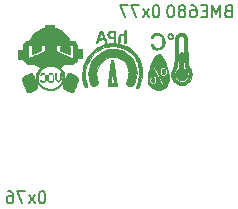
<source format=gbr>
G04 #@! TF.GenerationSoftware,KiCad,Pcbnew,(5.1.5)-3*
G04 #@! TF.CreationDate,2020-12-21T12:28:59+01:00*
G04 #@! TF.ProjectId,epimetheus_bme680,6570696d-6574-4686-9575-735f626d6536,rev?*
G04 #@! TF.SameCoordinates,Original*
G04 #@! TF.FileFunction,Legend,Bot*
G04 #@! TF.FilePolarity,Positive*
%FSLAX46Y46*%
G04 Gerber Fmt 4.6, Leading zero omitted, Abs format (unit mm)*
G04 Created by KiCad (PCBNEW (5.1.5)-3) date 2020-12-21 12:28:59*
%MOMM*%
%LPD*%
G04 APERTURE LIST*
%ADD10C,0.150000*%
%ADD11C,0.010000*%
G04 APERTURE END LIST*
D10*
X164980761Y-37552380D02*
X164885523Y-37552380D01*
X164790285Y-37600000D01*
X164742666Y-37647619D01*
X164695047Y-37742857D01*
X164647428Y-37933333D01*
X164647428Y-38171428D01*
X164695047Y-38361904D01*
X164742666Y-38457142D01*
X164790285Y-38504761D01*
X164885523Y-38552380D01*
X164980761Y-38552380D01*
X165076000Y-38504761D01*
X165123619Y-38457142D01*
X165171238Y-38361904D01*
X165218857Y-38171428D01*
X165218857Y-37933333D01*
X165171238Y-37742857D01*
X165123619Y-37647619D01*
X165076000Y-37600000D01*
X164980761Y-37552380D01*
X164314095Y-38552380D02*
X163790285Y-37885714D01*
X164314095Y-37885714D02*
X163790285Y-38552380D01*
X163504571Y-37552380D02*
X162837904Y-37552380D01*
X163266476Y-38552380D01*
X162028380Y-37552380D02*
X162218857Y-37552380D01*
X162314095Y-37600000D01*
X162361714Y-37647619D01*
X162456952Y-37790476D01*
X162504571Y-37980952D01*
X162504571Y-38361904D01*
X162456952Y-38457142D01*
X162409333Y-38504761D01*
X162314095Y-38552380D01*
X162123619Y-38552380D01*
X162028380Y-38504761D01*
X161980761Y-38457142D01*
X161933142Y-38361904D01*
X161933142Y-38123809D01*
X161980761Y-38028571D01*
X162028380Y-37980952D01*
X162123619Y-37933333D01*
X162314095Y-37933333D01*
X162409333Y-37980952D01*
X162456952Y-38028571D01*
X162504571Y-38123809D01*
X174632761Y-21804380D02*
X174537523Y-21804380D01*
X174442285Y-21852000D01*
X174394666Y-21899619D01*
X174347047Y-21994857D01*
X174299428Y-22185333D01*
X174299428Y-22423428D01*
X174347047Y-22613904D01*
X174394666Y-22709142D01*
X174442285Y-22756761D01*
X174537523Y-22804380D01*
X174632761Y-22804380D01*
X174728000Y-22756761D01*
X174775619Y-22709142D01*
X174823238Y-22613904D01*
X174870857Y-22423428D01*
X174870857Y-22185333D01*
X174823238Y-21994857D01*
X174775619Y-21899619D01*
X174728000Y-21852000D01*
X174632761Y-21804380D01*
X173966095Y-22804380D02*
X173442285Y-22137714D01*
X173966095Y-22137714D02*
X173442285Y-22804380D01*
X173156571Y-21804380D02*
X172489904Y-21804380D01*
X172918476Y-22804380D01*
X172204190Y-21804380D02*
X171537523Y-21804380D01*
X171966095Y-22804380D01*
X180688952Y-22280571D02*
X180546095Y-22328190D01*
X180498476Y-22375809D01*
X180450857Y-22471047D01*
X180450857Y-22613904D01*
X180498476Y-22709142D01*
X180546095Y-22756761D01*
X180641333Y-22804380D01*
X181022285Y-22804380D01*
X181022285Y-21804380D01*
X180688952Y-21804380D01*
X180593714Y-21852000D01*
X180546095Y-21899619D01*
X180498476Y-21994857D01*
X180498476Y-22090095D01*
X180546095Y-22185333D01*
X180593714Y-22232952D01*
X180688952Y-22280571D01*
X181022285Y-22280571D01*
X180022285Y-22804380D02*
X180022285Y-21804380D01*
X179688952Y-22518666D01*
X179355619Y-21804380D01*
X179355619Y-22804380D01*
X178879428Y-22280571D02*
X178546095Y-22280571D01*
X178403238Y-22804380D02*
X178879428Y-22804380D01*
X178879428Y-21804380D01*
X178403238Y-21804380D01*
X177546095Y-21804380D02*
X177736571Y-21804380D01*
X177831809Y-21852000D01*
X177879428Y-21899619D01*
X177974666Y-22042476D01*
X178022285Y-22232952D01*
X178022285Y-22613904D01*
X177974666Y-22709142D01*
X177927047Y-22756761D01*
X177831809Y-22804380D01*
X177641333Y-22804380D01*
X177546095Y-22756761D01*
X177498476Y-22709142D01*
X177450857Y-22613904D01*
X177450857Y-22375809D01*
X177498476Y-22280571D01*
X177546095Y-22232952D01*
X177641333Y-22185333D01*
X177831809Y-22185333D01*
X177927047Y-22232952D01*
X177974666Y-22280571D01*
X178022285Y-22375809D01*
X176879428Y-22232952D02*
X176974666Y-22185333D01*
X177022285Y-22137714D01*
X177069904Y-22042476D01*
X177069904Y-21994857D01*
X177022285Y-21899619D01*
X176974666Y-21852000D01*
X176879428Y-21804380D01*
X176688952Y-21804380D01*
X176593714Y-21852000D01*
X176546095Y-21899619D01*
X176498476Y-21994857D01*
X176498476Y-22042476D01*
X176546095Y-22137714D01*
X176593714Y-22185333D01*
X176688952Y-22232952D01*
X176879428Y-22232952D01*
X176974666Y-22280571D01*
X177022285Y-22328190D01*
X177069904Y-22423428D01*
X177069904Y-22613904D01*
X177022285Y-22709142D01*
X176974666Y-22756761D01*
X176879428Y-22804380D01*
X176688952Y-22804380D01*
X176593714Y-22756761D01*
X176546095Y-22709142D01*
X176498476Y-22613904D01*
X176498476Y-22423428D01*
X176546095Y-22328190D01*
X176593714Y-22280571D01*
X176688952Y-22232952D01*
X175879428Y-21804380D02*
X175784190Y-21804380D01*
X175688952Y-21852000D01*
X175641333Y-21899619D01*
X175593714Y-21994857D01*
X175546095Y-22185333D01*
X175546095Y-22423428D01*
X175593714Y-22613904D01*
X175641333Y-22709142D01*
X175688952Y-22756761D01*
X175784190Y-22804380D01*
X175879428Y-22804380D01*
X175974666Y-22756761D01*
X176022285Y-22709142D01*
X176069904Y-22613904D01*
X176117523Y-22423428D01*
X176117523Y-22185333D01*
X176069904Y-21994857D01*
X176022285Y-21899619D01*
X175974666Y-21852000D01*
X175879428Y-21804380D01*
D11*
G36*
X164059659Y-25522464D02*
G01*
X164052573Y-25677281D01*
X164048933Y-25797180D01*
X164048743Y-25883367D01*
X164052007Y-25937048D01*
X164058731Y-25959425D01*
X164061321Y-25960233D01*
X164081250Y-25952996D01*
X164129934Y-25933846D01*
X164202586Y-25904710D01*
X164294418Y-25867517D01*
X164400643Y-25824192D01*
X164478170Y-25792412D01*
X164881413Y-25626785D01*
X164881849Y-25458964D01*
X164882285Y-25291142D01*
X164071456Y-25291142D01*
X164059659Y-25522464D01*
G37*
X164059659Y-25522464D02*
X164052573Y-25677281D01*
X164048933Y-25797180D01*
X164048743Y-25883367D01*
X164052007Y-25937048D01*
X164058731Y-25959425D01*
X164061321Y-25960233D01*
X164081250Y-25952996D01*
X164129934Y-25933846D01*
X164202586Y-25904710D01*
X164294418Y-25867517D01*
X164400643Y-25824192D01*
X164478170Y-25792412D01*
X164881413Y-25626785D01*
X164881849Y-25458964D01*
X164882285Y-25291142D01*
X164071456Y-25291142D01*
X164059659Y-25522464D01*
G36*
X166624934Y-25272972D02*
G01*
X166550648Y-25276217D01*
X166499654Y-25284549D01*
X166467630Y-25300155D01*
X166450257Y-25325221D01*
X166443212Y-25361934D01*
X166442174Y-25412479D01*
X166442822Y-25479042D01*
X166442819Y-25484403D01*
X166443464Y-25552079D01*
X166447731Y-25592459D01*
X166458633Y-25614526D01*
X166479186Y-25627267D01*
X166492464Y-25632379D01*
X166523499Y-25644464D01*
X166582456Y-25668099D01*
X166663714Y-25701006D01*
X166761650Y-25740903D01*
X166870639Y-25785510D01*
X166917951Y-25804933D01*
X167293546Y-25959272D01*
X167284589Y-25711386D01*
X167280475Y-25610347D01*
X167275703Y-25513274D01*
X167270836Y-25430562D01*
X167266435Y-25372601D01*
X167266011Y-25368250D01*
X167256389Y-25273000D01*
X166860667Y-25273000D01*
X166726833Y-25272628D01*
X166624934Y-25272972D01*
G37*
X166624934Y-25272972D02*
X166550648Y-25276217D01*
X166499654Y-25284549D01*
X166467630Y-25300155D01*
X166450257Y-25325221D01*
X166443212Y-25361934D01*
X166442174Y-25412479D01*
X166442822Y-25479042D01*
X166442819Y-25484403D01*
X166443464Y-25552079D01*
X166447731Y-25592459D01*
X166458633Y-25614526D01*
X166479186Y-25627267D01*
X166492464Y-25632379D01*
X166523499Y-25644464D01*
X166582456Y-25668099D01*
X166663714Y-25701006D01*
X166761650Y-25740903D01*
X166870639Y-25785510D01*
X166917951Y-25804933D01*
X167293546Y-25959272D01*
X167284589Y-25711386D01*
X167280475Y-25610347D01*
X167275703Y-25513274D01*
X167270836Y-25430562D01*
X167266435Y-25372601D01*
X167266011Y-25368250D01*
X167256389Y-25273000D01*
X166860667Y-25273000D01*
X166726833Y-25272628D01*
X166624934Y-25272972D01*
G36*
X164851963Y-27571829D02*
G01*
X164846000Y-27595285D01*
X164858829Y-27625608D01*
X164882285Y-27631571D01*
X164912608Y-27618742D01*
X164918571Y-27595285D01*
X164905742Y-27564963D01*
X164882285Y-27559000D01*
X164851963Y-27571829D01*
G37*
X164851963Y-27571829D02*
X164846000Y-27595285D01*
X164858829Y-27625608D01*
X164882285Y-27631571D01*
X164912608Y-27618742D01*
X164918571Y-27595285D01*
X164905742Y-27564963D01*
X164882285Y-27559000D01*
X164851963Y-27571829D01*
G36*
X164960820Y-27571829D02*
G01*
X164954857Y-27595285D01*
X164967686Y-27625608D01*
X164991143Y-27631571D01*
X165021465Y-27618742D01*
X165027428Y-27595285D01*
X165014599Y-27564963D01*
X164991143Y-27559000D01*
X164960820Y-27571829D01*
G37*
X164960820Y-27571829D02*
X164954857Y-27595285D01*
X164967686Y-27625608D01*
X164991143Y-27631571D01*
X165021465Y-27618742D01*
X165027428Y-27595285D01*
X165014599Y-27564963D01*
X164991143Y-27559000D01*
X164960820Y-27571829D01*
G36*
X165069677Y-27571829D02*
G01*
X165063714Y-27595285D01*
X165076543Y-27625608D01*
X165100000Y-27631571D01*
X165130322Y-27618742D01*
X165136285Y-27595285D01*
X165123456Y-27564963D01*
X165100000Y-27559000D01*
X165069677Y-27571829D01*
G37*
X165069677Y-27571829D02*
X165063714Y-27595285D01*
X165076543Y-27625608D01*
X165100000Y-27631571D01*
X165130322Y-27618742D01*
X165136285Y-27595285D01*
X165123456Y-27564963D01*
X165100000Y-27559000D01*
X165069677Y-27571829D01*
G36*
X165505106Y-27571829D02*
G01*
X165499143Y-27595285D01*
X165511971Y-27625608D01*
X165535428Y-27631571D01*
X165565751Y-27618742D01*
X165571714Y-27595285D01*
X165558885Y-27564963D01*
X165535428Y-27559000D01*
X165505106Y-27571829D01*
G37*
X165505106Y-27571829D02*
X165499143Y-27595285D01*
X165511971Y-27625608D01*
X165535428Y-27631571D01*
X165565751Y-27618742D01*
X165571714Y-27595285D01*
X165558885Y-27564963D01*
X165535428Y-27559000D01*
X165505106Y-27571829D01*
G36*
X165613963Y-27571829D02*
G01*
X165608000Y-27595285D01*
X165620829Y-27625608D01*
X165644285Y-27631571D01*
X165674608Y-27618742D01*
X165680571Y-27595285D01*
X165667742Y-27564963D01*
X165644285Y-27559000D01*
X165613963Y-27571829D01*
G37*
X165613963Y-27571829D02*
X165608000Y-27595285D01*
X165620829Y-27625608D01*
X165644285Y-27631571D01*
X165674608Y-27618742D01*
X165680571Y-27595285D01*
X165667742Y-27564963D01*
X165644285Y-27559000D01*
X165613963Y-27571829D01*
G36*
X165722820Y-27571829D02*
G01*
X165716857Y-27595285D01*
X165729686Y-27625608D01*
X165753143Y-27631571D01*
X165783465Y-27618742D01*
X165789428Y-27595285D01*
X165776599Y-27564963D01*
X165753143Y-27559000D01*
X165722820Y-27571829D01*
G37*
X165722820Y-27571829D02*
X165716857Y-27595285D01*
X165729686Y-27625608D01*
X165753143Y-27631571D01*
X165783465Y-27618742D01*
X165789428Y-27595285D01*
X165776599Y-27564963D01*
X165753143Y-27559000D01*
X165722820Y-27571829D01*
G36*
X166049392Y-27571829D02*
G01*
X166043428Y-27595285D01*
X166056257Y-27625608D01*
X166079714Y-27631571D01*
X166110036Y-27618742D01*
X166116000Y-27595285D01*
X166103171Y-27564963D01*
X166079714Y-27559000D01*
X166049392Y-27571829D01*
G37*
X166049392Y-27571829D02*
X166043428Y-27595285D01*
X166056257Y-27625608D01*
X166079714Y-27631571D01*
X166110036Y-27618742D01*
X166116000Y-27595285D01*
X166103171Y-27564963D01*
X166079714Y-27559000D01*
X166049392Y-27571829D01*
G36*
X166484820Y-27571829D02*
G01*
X166478857Y-27595285D01*
X166491686Y-27625608D01*
X166515142Y-27631571D01*
X166545465Y-27618742D01*
X166551428Y-27595285D01*
X166538599Y-27564963D01*
X166515142Y-27559000D01*
X166484820Y-27571829D01*
G37*
X166484820Y-27571829D02*
X166478857Y-27595285D01*
X166491686Y-27625608D01*
X166515142Y-27631571D01*
X166545465Y-27618742D01*
X166551428Y-27595285D01*
X166538599Y-27564963D01*
X166515142Y-27559000D01*
X166484820Y-27571829D01*
G36*
X164743106Y-27680686D02*
G01*
X164737143Y-27704143D01*
X164749971Y-27734465D01*
X164773428Y-27740428D01*
X164803751Y-27727599D01*
X164809714Y-27704143D01*
X164796885Y-27673820D01*
X164773428Y-27667857D01*
X164743106Y-27680686D01*
G37*
X164743106Y-27680686D02*
X164737143Y-27704143D01*
X164749971Y-27734465D01*
X164773428Y-27740428D01*
X164803751Y-27727599D01*
X164809714Y-27704143D01*
X164796885Y-27673820D01*
X164773428Y-27667857D01*
X164743106Y-27680686D01*
G36*
X165178534Y-27680686D02*
G01*
X165172571Y-27704143D01*
X165185400Y-27734465D01*
X165208857Y-27740428D01*
X165239179Y-27727599D01*
X165245143Y-27704143D01*
X165232314Y-27673820D01*
X165208857Y-27667857D01*
X165178534Y-27680686D01*
G37*
X165178534Y-27680686D02*
X165172571Y-27704143D01*
X165185400Y-27734465D01*
X165208857Y-27740428D01*
X165239179Y-27727599D01*
X165245143Y-27704143D01*
X165232314Y-27673820D01*
X165208857Y-27667857D01*
X165178534Y-27680686D01*
G36*
X165396249Y-27680686D02*
G01*
X165390285Y-27704143D01*
X165403114Y-27734465D01*
X165426571Y-27740428D01*
X165456893Y-27727599D01*
X165462857Y-27704143D01*
X165450028Y-27673820D01*
X165426571Y-27667857D01*
X165396249Y-27680686D01*
G37*
X165396249Y-27680686D02*
X165390285Y-27704143D01*
X165403114Y-27734465D01*
X165426571Y-27740428D01*
X165456893Y-27727599D01*
X165462857Y-27704143D01*
X165450028Y-27673820D01*
X165426571Y-27667857D01*
X165396249Y-27680686D01*
G36*
X165831677Y-27680686D02*
G01*
X165825714Y-27704143D01*
X165838543Y-27734465D01*
X165862000Y-27740428D01*
X165892322Y-27727599D01*
X165898285Y-27704143D01*
X165885456Y-27673820D01*
X165862000Y-27667857D01*
X165831677Y-27680686D01*
G37*
X165831677Y-27680686D02*
X165825714Y-27704143D01*
X165838543Y-27734465D01*
X165862000Y-27740428D01*
X165892322Y-27727599D01*
X165898285Y-27704143D01*
X165885456Y-27673820D01*
X165862000Y-27667857D01*
X165831677Y-27680686D01*
G36*
X166049392Y-27680686D02*
G01*
X166043428Y-27704143D01*
X166056257Y-27734465D01*
X166079714Y-27740428D01*
X166110036Y-27727599D01*
X166116000Y-27704143D01*
X166103171Y-27673820D01*
X166079714Y-27667857D01*
X166049392Y-27680686D01*
G37*
X166049392Y-27680686D02*
X166043428Y-27704143D01*
X166056257Y-27734465D01*
X166079714Y-27740428D01*
X166110036Y-27727599D01*
X166116000Y-27704143D01*
X166103171Y-27673820D01*
X166079714Y-27667857D01*
X166049392Y-27680686D01*
G36*
X166484820Y-27680686D02*
G01*
X166478857Y-27704143D01*
X166491686Y-27734465D01*
X166515142Y-27740428D01*
X166545465Y-27727599D01*
X166551428Y-27704143D01*
X166538599Y-27673820D01*
X166515142Y-27667857D01*
X166484820Y-27680686D01*
G37*
X166484820Y-27680686D02*
X166478857Y-27704143D01*
X166491686Y-27734465D01*
X166515142Y-27740428D01*
X166545465Y-27727599D01*
X166551428Y-27704143D01*
X166538599Y-27673820D01*
X166515142Y-27667857D01*
X166484820Y-27680686D01*
G36*
X165178534Y-27789543D02*
G01*
X165172571Y-27813000D01*
X165185400Y-27843322D01*
X165208857Y-27849285D01*
X165239179Y-27836456D01*
X165245143Y-27813000D01*
X165232314Y-27782677D01*
X165208857Y-27776714D01*
X165178534Y-27789543D01*
G37*
X165178534Y-27789543D02*
X165172571Y-27813000D01*
X165185400Y-27843322D01*
X165208857Y-27849285D01*
X165239179Y-27836456D01*
X165245143Y-27813000D01*
X165232314Y-27782677D01*
X165208857Y-27776714D01*
X165178534Y-27789543D01*
G36*
X165396249Y-27789543D02*
G01*
X165390285Y-27813000D01*
X165403114Y-27843322D01*
X165426571Y-27849285D01*
X165456893Y-27836456D01*
X165462857Y-27813000D01*
X165450028Y-27782677D01*
X165426571Y-27776714D01*
X165396249Y-27789543D01*
G37*
X165396249Y-27789543D02*
X165390285Y-27813000D01*
X165403114Y-27843322D01*
X165426571Y-27849285D01*
X165456893Y-27836456D01*
X165462857Y-27813000D01*
X165450028Y-27782677D01*
X165426571Y-27776714D01*
X165396249Y-27789543D01*
G36*
X165831677Y-27789543D02*
G01*
X165825714Y-27813000D01*
X165838543Y-27843322D01*
X165862000Y-27849285D01*
X165892322Y-27836456D01*
X165898285Y-27813000D01*
X165885456Y-27782677D01*
X165862000Y-27776714D01*
X165831677Y-27789543D01*
G37*
X165831677Y-27789543D02*
X165825714Y-27813000D01*
X165838543Y-27843322D01*
X165862000Y-27849285D01*
X165892322Y-27836456D01*
X165898285Y-27813000D01*
X165885456Y-27782677D01*
X165862000Y-27776714D01*
X165831677Y-27789543D01*
G36*
X166049392Y-27789543D02*
G01*
X166043428Y-27813000D01*
X166056257Y-27843322D01*
X166079714Y-27849285D01*
X166110036Y-27836456D01*
X166116000Y-27813000D01*
X166103171Y-27782677D01*
X166079714Y-27776714D01*
X166049392Y-27789543D01*
G37*
X166049392Y-27789543D02*
X166043428Y-27813000D01*
X166056257Y-27843322D01*
X166079714Y-27849285D01*
X166110036Y-27836456D01*
X166116000Y-27813000D01*
X166103171Y-27782677D01*
X166079714Y-27776714D01*
X166049392Y-27789543D01*
G36*
X166484820Y-27789543D02*
G01*
X166478857Y-27813000D01*
X166491686Y-27843322D01*
X166515142Y-27849285D01*
X166545465Y-27836456D01*
X166551428Y-27813000D01*
X166538599Y-27782677D01*
X166515142Y-27776714D01*
X166484820Y-27789543D01*
G37*
X166484820Y-27789543D02*
X166478857Y-27813000D01*
X166491686Y-27843322D01*
X166515142Y-27849285D01*
X166545465Y-27836456D01*
X166551428Y-27813000D01*
X166538599Y-27782677D01*
X166515142Y-27776714D01*
X166484820Y-27789543D01*
G36*
X165178534Y-27898400D02*
G01*
X165172571Y-27921857D01*
X165185400Y-27952179D01*
X165208857Y-27958143D01*
X165239179Y-27945314D01*
X165245143Y-27921857D01*
X165232314Y-27891534D01*
X165208857Y-27885571D01*
X165178534Y-27898400D01*
G37*
X165178534Y-27898400D02*
X165172571Y-27921857D01*
X165185400Y-27952179D01*
X165208857Y-27958143D01*
X165239179Y-27945314D01*
X165245143Y-27921857D01*
X165232314Y-27891534D01*
X165208857Y-27885571D01*
X165178534Y-27898400D01*
G36*
X165396249Y-27898400D02*
G01*
X165390285Y-27921857D01*
X165403114Y-27952179D01*
X165426571Y-27958143D01*
X165456893Y-27945314D01*
X165462857Y-27921857D01*
X165450028Y-27891534D01*
X165426571Y-27885571D01*
X165396249Y-27898400D01*
G37*
X165396249Y-27898400D02*
X165390285Y-27921857D01*
X165403114Y-27952179D01*
X165426571Y-27958143D01*
X165456893Y-27945314D01*
X165462857Y-27921857D01*
X165450028Y-27891534D01*
X165426571Y-27885571D01*
X165396249Y-27898400D01*
G36*
X165831677Y-27898400D02*
G01*
X165825714Y-27921857D01*
X165838543Y-27952179D01*
X165862000Y-27958143D01*
X165892322Y-27945314D01*
X165898285Y-27921857D01*
X165885456Y-27891534D01*
X165862000Y-27885571D01*
X165831677Y-27898400D01*
G37*
X165831677Y-27898400D02*
X165825714Y-27921857D01*
X165838543Y-27952179D01*
X165862000Y-27958143D01*
X165892322Y-27945314D01*
X165898285Y-27921857D01*
X165885456Y-27891534D01*
X165862000Y-27885571D01*
X165831677Y-27898400D01*
G36*
X166049392Y-27898400D02*
G01*
X166043428Y-27921857D01*
X166056257Y-27952179D01*
X166079714Y-27958143D01*
X166110036Y-27945314D01*
X166116000Y-27921857D01*
X166103171Y-27891534D01*
X166079714Y-27885571D01*
X166049392Y-27898400D01*
G37*
X166049392Y-27898400D02*
X166043428Y-27921857D01*
X166056257Y-27952179D01*
X166079714Y-27958143D01*
X166110036Y-27945314D01*
X166116000Y-27921857D01*
X166103171Y-27891534D01*
X166079714Y-27885571D01*
X166049392Y-27898400D01*
G36*
X166484820Y-27898400D02*
G01*
X166478857Y-27921857D01*
X166491686Y-27952179D01*
X166515142Y-27958143D01*
X166545465Y-27945314D01*
X166551428Y-27921857D01*
X166538599Y-27891534D01*
X166515142Y-27885571D01*
X166484820Y-27898400D01*
G37*
X166484820Y-27898400D02*
X166478857Y-27921857D01*
X166491686Y-27952179D01*
X166515142Y-27958143D01*
X166545465Y-27945314D01*
X166551428Y-27921857D01*
X166538599Y-27891534D01*
X166515142Y-27885571D01*
X166484820Y-27898400D01*
G36*
X165178534Y-28007257D02*
G01*
X165172571Y-28030714D01*
X165185400Y-28061036D01*
X165208857Y-28067000D01*
X165239179Y-28054171D01*
X165245143Y-28030714D01*
X165232314Y-28000392D01*
X165208857Y-27994428D01*
X165178534Y-28007257D01*
G37*
X165178534Y-28007257D02*
X165172571Y-28030714D01*
X165185400Y-28061036D01*
X165208857Y-28067000D01*
X165239179Y-28054171D01*
X165245143Y-28030714D01*
X165232314Y-28000392D01*
X165208857Y-27994428D01*
X165178534Y-28007257D01*
G36*
X165396249Y-28007257D02*
G01*
X165390285Y-28030714D01*
X165403114Y-28061036D01*
X165426571Y-28067000D01*
X165456893Y-28054171D01*
X165462857Y-28030714D01*
X165450028Y-28000392D01*
X165426571Y-27994428D01*
X165396249Y-28007257D01*
G37*
X165396249Y-28007257D02*
X165390285Y-28030714D01*
X165403114Y-28061036D01*
X165426571Y-28067000D01*
X165456893Y-28054171D01*
X165462857Y-28030714D01*
X165450028Y-28000392D01*
X165426571Y-27994428D01*
X165396249Y-28007257D01*
G36*
X165831677Y-28007257D02*
G01*
X165825714Y-28030714D01*
X165838543Y-28061036D01*
X165862000Y-28067000D01*
X165892322Y-28054171D01*
X165898285Y-28030714D01*
X165885456Y-28000392D01*
X165862000Y-27994428D01*
X165831677Y-28007257D01*
G37*
X165831677Y-28007257D02*
X165825714Y-28030714D01*
X165838543Y-28061036D01*
X165862000Y-28067000D01*
X165892322Y-28054171D01*
X165898285Y-28030714D01*
X165885456Y-28000392D01*
X165862000Y-27994428D01*
X165831677Y-28007257D01*
G36*
X166049392Y-28007257D02*
G01*
X166043428Y-28030714D01*
X166056257Y-28061036D01*
X166079714Y-28067000D01*
X166110036Y-28054171D01*
X166116000Y-28030714D01*
X166103171Y-28000392D01*
X166079714Y-27994428D01*
X166049392Y-28007257D01*
G37*
X166049392Y-28007257D02*
X166043428Y-28030714D01*
X166056257Y-28061036D01*
X166079714Y-28067000D01*
X166110036Y-28054171D01*
X166116000Y-28030714D01*
X166103171Y-28000392D01*
X166079714Y-27994428D01*
X166049392Y-28007257D01*
G36*
X166484820Y-28007257D02*
G01*
X166478857Y-28030714D01*
X166491686Y-28061036D01*
X166515142Y-28067000D01*
X166545465Y-28054171D01*
X166551428Y-28030714D01*
X166538599Y-28000392D01*
X166515142Y-27994428D01*
X166484820Y-28007257D01*
G37*
X166484820Y-28007257D02*
X166478857Y-28030714D01*
X166491686Y-28061036D01*
X166515142Y-28067000D01*
X166545465Y-28054171D01*
X166551428Y-28030714D01*
X166538599Y-28000392D01*
X166515142Y-27994428D01*
X166484820Y-28007257D01*
G36*
X164743106Y-28116114D02*
G01*
X164737143Y-28139571D01*
X164749971Y-28169893D01*
X164773428Y-28175857D01*
X164803751Y-28163028D01*
X164809714Y-28139571D01*
X164796885Y-28109249D01*
X164773428Y-28103285D01*
X164743106Y-28116114D01*
G37*
X164743106Y-28116114D02*
X164737143Y-28139571D01*
X164749971Y-28169893D01*
X164773428Y-28175857D01*
X164803751Y-28163028D01*
X164809714Y-28139571D01*
X164796885Y-28109249D01*
X164773428Y-28103285D01*
X164743106Y-28116114D01*
G36*
X165178534Y-28116114D02*
G01*
X165172571Y-28139571D01*
X165185400Y-28169893D01*
X165208857Y-28175857D01*
X165239179Y-28163028D01*
X165245143Y-28139571D01*
X165232314Y-28109249D01*
X165208857Y-28103285D01*
X165178534Y-28116114D01*
G37*
X165178534Y-28116114D02*
X165172571Y-28139571D01*
X165185400Y-28169893D01*
X165208857Y-28175857D01*
X165239179Y-28163028D01*
X165245143Y-28139571D01*
X165232314Y-28109249D01*
X165208857Y-28103285D01*
X165178534Y-28116114D01*
G36*
X165396249Y-28116114D02*
G01*
X165390285Y-28139571D01*
X165403114Y-28169893D01*
X165426571Y-28175857D01*
X165456893Y-28163028D01*
X165462857Y-28139571D01*
X165450028Y-28109249D01*
X165426571Y-28103285D01*
X165396249Y-28116114D01*
G37*
X165396249Y-28116114D02*
X165390285Y-28139571D01*
X165403114Y-28169893D01*
X165426571Y-28175857D01*
X165456893Y-28163028D01*
X165462857Y-28139571D01*
X165450028Y-28109249D01*
X165426571Y-28103285D01*
X165396249Y-28116114D01*
G36*
X165831677Y-28116114D02*
G01*
X165825714Y-28139571D01*
X165838543Y-28169893D01*
X165862000Y-28175857D01*
X165892322Y-28163028D01*
X165898285Y-28139571D01*
X165885456Y-28109249D01*
X165862000Y-28103285D01*
X165831677Y-28116114D01*
G37*
X165831677Y-28116114D02*
X165825714Y-28139571D01*
X165838543Y-28169893D01*
X165862000Y-28175857D01*
X165892322Y-28163028D01*
X165898285Y-28139571D01*
X165885456Y-28109249D01*
X165862000Y-28103285D01*
X165831677Y-28116114D01*
G36*
X166158249Y-28116114D02*
G01*
X166152285Y-28139571D01*
X166165114Y-28169893D01*
X166188571Y-28175857D01*
X166218893Y-28163028D01*
X166224857Y-28139571D01*
X166212028Y-28109249D01*
X166188571Y-28103285D01*
X166158249Y-28116114D01*
G37*
X166158249Y-28116114D02*
X166152285Y-28139571D01*
X166165114Y-28169893D01*
X166188571Y-28175857D01*
X166218893Y-28163028D01*
X166224857Y-28139571D01*
X166212028Y-28109249D01*
X166188571Y-28103285D01*
X166158249Y-28116114D01*
G36*
X166375963Y-28116114D02*
G01*
X166370000Y-28139571D01*
X166382829Y-28169893D01*
X166406285Y-28175857D01*
X166436608Y-28163028D01*
X166442571Y-28139571D01*
X166429742Y-28109249D01*
X166406285Y-28103285D01*
X166375963Y-28116114D01*
G37*
X166375963Y-28116114D02*
X166370000Y-28139571D01*
X166382829Y-28169893D01*
X166406285Y-28175857D01*
X166436608Y-28163028D01*
X166442571Y-28139571D01*
X166429742Y-28109249D01*
X166406285Y-28103285D01*
X166375963Y-28116114D01*
G36*
X164853831Y-28204630D02*
G01*
X164846000Y-28239357D01*
X164854504Y-28274924D01*
X164882285Y-28284714D01*
X164910739Y-28274083D01*
X164918571Y-28239357D01*
X164910067Y-28203789D01*
X164882285Y-28194000D01*
X164853831Y-28204630D01*
G37*
X164853831Y-28204630D02*
X164846000Y-28239357D01*
X164854504Y-28274924D01*
X164882285Y-28284714D01*
X164910739Y-28274083D01*
X164918571Y-28239357D01*
X164910067Y-28203789D01*
X164882285Y-28194000D01*
X164853831Y-28204630D01*
G36*
X164962689Y-28204630D02*
G01*
X164954857Y-28239357D01*
X164963361Y-28274924D01*
X164991143Y-28284714D01*
X165019596Y-28274083D01*
X165027428Y-28239357D01*
X165018924Y-28203789D01*
X164991143Y-28194000D01*
X164962689Y-28204630D01*
G37*
X164962689Y-28204630D02*
X164954857Y-28239357D01*
X164963361Y-28274924D01*
X164991143Y-28284714D01*
X165019596Y-28274083D01*
X165027428Y-28239357D01*
X165018924Y-28203789D01*
X164991143Y-28194000D01*
X164962689Y-28204630D01*
G36*
X165071546Y-28204630D02*
G01*
X165063714Y-28239357D01*
X165072218Y-28274924D01*
X165100000Y-28284714D01*
X165128454Y-28274083D01*
X165136285Y-28239357D01*
X165127781Y-28203789D01*
X165100000Y-28194000D01*
X165071546Y-28204630D01*
G37*
X165071546Y-28204630D02*
X165063714Y-28239357D01*
X165072218Y-28274924D01*
X165100000Y-28284714D01*
X165128454Y-28274083D01*
X165136285Y-28239357D01*
X165127781Y-28203789D01*
X165100000Y-28194000D01*
X165071546Y-28204630D01*
G36*
X165506974Y-28204630D02*
G01*
X165499143Y-28239357D01*
X165507647Y-28274924D01*
X165535428Y-28284714D01*
X165563882Y-28274083D01*
X165571714Y-28239357D01*
X165563210Y-28203789D01*
X165535428Y-28194000D01*
X165506974Y-28204630D01*
G37*
X165506974Y-28204630D02*
X165499143Y-28239357D01*
X165507647Y-28274924D01*
X165535428Y-28284714D01*
X165563882Y-28274083D01*
X165571714Y-28239357D01*
X165563210Y-28203789D01*
X165535428Y-28194000D01*
X165506974Y-28204630D01*
G36*
X165615831Y-28204630D02*
G01*
X165608000Y-28239357D01*
X165616504Y-28274924D01*
X165644285Y-28284714D01*
X165672739Y-28274083D01*
X165680571Y-28239357D01*
X165672067Y-28203789D01*
X165644285Y-28194000D01*
X165615831Y-28204630D01*
G37*
X165615831Y-28204630D02*
X165608000Y-28239357D01*
X165616504Y-28274924D01*
X165644285Y-28284714D01*
X165672739Y-28274083D01*
X165680571Y-28239357D01*
X165672067Y-28203789D01*
X165644285Y-28194000D01*
X165615831Y-28204630D01*
G36*
X165724689Y-28204630D02*
G01*
X165716857Y-28239357D01*
X165725361Y-28274924D01*
X165753143Y-28284714D01*
X165781596Y-28274083D01*
X165789428Y-28239357D01*
X165780924Y-28203789D01*
X165753143Y-28194000D01*
X165724689Y-28204630D01*
G37*
X165724689Y-28204630D02*
X165716857Y-28239357D01*
X165725361Y-28274924D01*
X165753143Y-28284714D01*
X165781596Y-28274083D01*
X165789428Y-28239357D01*
X165780924Y-28203789D01*
X165753143Y-28194000D01*
X165724689Y-28204630D01*
G36*
X166268974Y-28204630D02*
G01*
X166261142Y-28239357D01*
X166269647Y-28274924D01*
X166297428Y-28284714D01*
X166325882Y-28274083D01*
X166333714Y-28239357D01*
X166325210Y-28203789D01*
X166297428Y-28194000D01*
X166268974Y-28204630D01*
G37*
X166268974Y-28204630D02*
X166261142Y-28239357D01*
X166269647Y-28274924D01*
X166297428Y-28284714D01*
X166325882Y-28274083D01*
X166333714Y-28239357D01*
X166325210Y-28203789D01*
X166297428Y-28194000D01*
X166268974Y-28204630D01*
G36*
X165208857Y-23767142D02*
G01*
X165952714Y-23767142D01*
X165952714Y-23476857D01*
X165208857Y-23476857D01*
X165208857Y-23767142D01*
G37*
X165208857Y-23767142D02*
X165952714Y-23767142D01*
X165952714Y-23476857D01*
X165208857Y-23476857D01*
X165208857Y-23767142D01*
G36*
X165976853Y-23722479D02*
G01*
X165971157Y-23740076D01*
X165970857Y-23749000D01*
X165969528Y-23760824D01*
X165962570Y-23769755D01*
X165945521Y-23776198D01*
X165913924Y-23780558D01*
X165863317Y-23783242D01*
X165789242Y-23784654D01*
X165687239Y-23785200D01*
X165571714Y-23785285D01*
X165441648Y-23785165D01*
X165343409Y-23784532D01*
X165272536Y-23782982D01*
X165224569Y-23780110D01*
X165195050Y-23775509D01*
X165179518Y-23768775D01*
X165173514Y-23759502D01*
X165172571Y-23749000D01*
X165168662Y-23726228D01*
X165152917Y-23715774D01*
X165119312Y-23717642D01*
X165061822Y-23731835D01*
X165004145Y-23749105D01*
X164771461Y-23838570D01*
X164552184Y-23957793D01*
X164351647Y-24103182D01*
X164175184Y-24271145D01*
X164102824Y-24355929D01*
X164058963Y-24414353D01*
X164010933Y-24483594D01*
X163963324Y-24556333D01*
X163920727Y-24625253D01*
X163887732Y-24683037D01*
X163868930Y-24722367D01*
X163866285Y-24732962D01*
X163884010Y-24734966D01*
X163935507Y-24736884D01*
X164018267Y-24738694D01*
X164129776Y-24740377D01*
X164267523Y-24741911D01*
X164428996Y-24743276D01*
X164611682Y-24744452D01*
X164813070Y-24745418D01*
X165030648Y-24746153D01*
X165261904Y-24746637D01*
X165504325Y-24746849D01*
X165562643Y-24746857D01*
X165807323Y-24746756D01*
X166041429Y-24746462D01*
X166262447Y-24745990D01*
X166467865Y-24745354D01*
X166655173Y-24744568D01*
X166821856Y-24743648D01*
X166965404Y-24742606D01*
X167083305Y-24741457D01*
X167173047Y-24740216D01*
X167232117Y-24738897D01*
X167258003Y-24737515D01*
X167259000Y-24737182D01*
X167249546Y-24707876D01*
X167224306Y-24656742D01*
X167187961Y-24591915D01*
X167145193Y-24521529D01*
X167100684Y-24453719D01*
X167075103Y-24417671D01*
X166910585Y-24224683D01*
X166720661Y-24056594D01*
X166508040Y-23915361D01*
X166275431Y-23802942D01*
X166171561Y-23764496D01*
X166085858Y-23736263D01*
X166028585Y-23720138D01*
X165994123Y-23715688D01*
X165976853Y-23722479D01*
G37*
X165976853Y-23722479D02*
X165971157Y-23740076D01*
X165970857Y-23749000D01*
X165969528Y-23760824D01*
X165962570Y-23769755D01*
X165945521Y-23776198D01*
X165913924Y-23780558D01*
X165863317Y-23783242D01*
X165789242Y-23784654D01*
X165687239Y-23785200D01*
X165571714Y-23785285D01*
X165441648Y-23785165D01*
X165343409Y-23784532D01*
X165272536Y-23782982D01*
X165224569Y-23780110D01*
X165195050Y-23775509D01*
X165179518Y-23768775D01*
X165173514Y-23759502D01*
X165172571Y-23749000D01*
X165168662Y-23726228D01*
X165152917Y-23715774D01*
X165119312Y-23717642D01*
X165061822Y-23731835D01*
X165004145Y-23749105D01*
X164771461Y-23838570D01*
X164552184Y-23957793D01*
X164351647Y-24103182D01*
X164175184Y-24271145D01*
X164102824Y-24355929D01*
X164058963Y-24414353D01*
X164010933Y-24483594D01*
X163963324Y-24556333D01*
X163920727Y-24625253D01*
X163887732Y-24683037D01*
X163868930Y-24722367D01*
X163866285Y-24732962D01*
X163884010Y-24734966D01*
X163935507Y-24736884D01*
X164018267Y-24738694D01*
X164129776Y-24740377D01*
X164267523Y-24741911D01*
X164428996Y-24743276D01*
X164611682Y-24744452D01*
X164813070Y-24745418D01*
X165030648Y-24746153D01*
X165261904Y-24746637D01*
X165504325Y-24746849D01*
X165562643Y-24746857D01*
X165807323Y-24746756D01*
X166041429Y-24746462D01*
X166262447Y-24745990D01*
X166467865Y-24745354D01*
X166655173Y-24744568D01*
X166821856Y-24743648D01*
X166965404Y-24742606D01*
X167083305Y-24741457D01*
X167173047Y-24740216D01*
X167232117Y-24738897D01*
X167258003Y-24737515D01*
X167259000Y-24737182D01*
X167249546Y-24707876D01*
X167224306Y-24656742D01*
X167187961Y-24591915D01*
X167145193Y-24521529D01*
X167100684Y-24453719D01*
X167075103Y-24417671D01*
X166910585Y-24224683D01*
X166720661Y-24056594D01*
X166508040Y-23915361D01*
X166275431Y-23802942D01*
X166171561Y-23764496D01*
X166085858Y-23736263D01*
X166028585Y-23720138D01*
X165994123Y-23715688D01*
X165976853Y-23722479D01*
G36*
X167948428Y-26307142D02*
G01*
X168293143Y-26307142D01*
X168293143Y-25545143D01*
X167948428Y-25545143D01*
X167948428Y-26307142D01*
G37*
X167948428Y-26307142D02*
X168293143Y-26307142D01*
X168293143Y-25545143D01*
X167948428Y-25545143D01*
X167948428Y-26307142D01*
G36*
X162922857Y-26343428D02*
G01*
X163267571Y-26343428D01*
X163267571Y-25581428D01*
X162922857Y-25581428D01*
X162922857Y-26343428D01*
G37*
X162922857Y-26343428D02*
X163267571Y-26343428D01*
X163267571Y-25581428D01*
X162922857Y-25581428D01*
X162922857Y-26343428D01*
G36*
X166423706Y-24785318D02*
G01*
X166178454Y-24785777D01*
X165901263Y-24786475D01*
X165590022Y-24787299D01*
X165570474Y-24787349D01*
X163675785Y-24792214D01*
X163576000Y-24848498D01*
X163465842Y-24930378D01*
X163382531Y-25035232D01*
X163330058Y-25155870D01*
X163320923Y-25207037D01*
X163313750Y-25287057D01*
X163308483Y-25390304D01*
X163305063Y-25511152D01*
X163303435Y-25643973D01*
X163303539Y-25783142D01*
X163305320Y-25923033D01*
X163308719Y-26058018D01*
X163313680Y-26182472D01*
X163320145Y-26290768D01*
X163328056Y-26377280D01*
X163337358Y-26436381D01*
X163343295Y-26455725D01*
X163393729Y-26537932D01*
X163466274Y-26620357D01*
X163548968Y-26690749D01*
X163608577Y-26727355D01*
X163693928Y-26769785D01*
X165571714Y-26773305D01*
X165892059Y-26773808D01*
X166177845Y-26774035D01*
X166430800Y-26773971D01*
X166652649Y-26773599D01*
X166845120Y-26772902D01*
X167009940Y-26771864D01*
X167148833Y-26770468D01*
X167263528Y-26768696D01*
X167355750Y-26766533D01*
X167427227Y-26763962D01*
X167479685Y-26760966D01*
X167514850Y-26757528D01*
X167532039Y-26754356D01*
X167659473Y-26702266D01*
X167765212Y-26621989D01*
X167803376Y-26579170D01*
X167831846Y-26541844D01*
X167854958Y-26506215D01*
X167873229Y-26468176D01*
X167887175Y-26423619D01*
X167897312Y-26368436D01*
X167904157Y-26298519D01*
X167908226Y-26209760D01*
X167909722Y-26117345D01*
X167562660Y-26117345D01*
X167562300Y-26199617D01*
X167560474Y-26257800D01*
X167557069Y-26286736D01*
X167555452Y-26289000D01*
X167535604Y-26282319D01*
X167485732Y-26263220D01*
X167409361Y-26233113D01*
X167310012Y-26193411D01*
X167191208Y-26145526D01*
X167056473Y-26090871D01*
X166909330Y-26030856D01*
X166813664Y-25991677D01*
X166088785Y-25694355D01*
X166088785Y-25136928D01*
X165199785Y-25136928D01*
X165199785Y-25693508D01*
X164483143Y-25989457D01*
X164330691Y-26052220D01*
X164188153Y-26110527D01*
X164059120Y-26162936D01*
X163947184Y-26208006D01*
X163855936Y-26244295D01*
X163788966Y-26270362D01*
X163749866Y-26284765D01*
X163741429Y-26287203D01*
X163733308Y-26282784D01*
X163727613Y-26265468D01*
X163724228Y-26231177D01*
X163723038Y-26175836D01*
X163723925Y-26095367D01*
X163726775Y-25985695D01*
X163730012Y-25885321D01*
X163734686Y-25754927D01*
X163739821Y-25624857D01*
X163745046Y-25503636D01*
X163749989Y-25399794D01*
X163754280Y-25321856D01*
X163755083Y-25309285D01*
X163766500Y-25136928D01*
X165199785Y-25136928D01*
X166088785Y-25136928D01*
X167522071Y-25136928D01*
X167533677Y-25300214D01*
X167540397Y-25406686D01*
X167546447Y-25525175D01*
X167551713Y-25650523D01*
X167556081Y-25777572D01*
X167559437Y-25901164D01*
X167561668Y-26016141D01*
X167562660Y-26117345D01*
X167909722Y-26117345D01*
X167910035Y-26098051D01*
X167910100Y-25959283D01*
X167908938Y-25789349D01*
X167908525Y-25742488D01*
X167903071Y-25136928D01*
X167853306Y-25052273D01*
X167808039Y-24988309D01*
X167751292Y-24924721D01*
X167726793Y-24901924D01*
X167705443Y-24883314D01*
X167685933Y-24866736D01*
X167666150Y-24852080D01*
X167643986Y-24839232D01*
X167617327Y-24828081D01*
X167584063Y-24818515D01*
X167542083Y-24810421D01*
X167489276Y-24803687D01*
X167423531Y-24798201D01*
X167342736Y-24793850D01*
X167244781Y-24790524D01*
X167127554Y-24788108D01*
X166988944Y-24786492D01*
X166826840Y-24785563D01*
X166639131Y-24785209D01*
X166423706Y-24785318D01*
G37*
X166423706Y-24785318D02*
X166178454Y-24785777D01*
X165901263Y-24786475D01*
X165590022Y-24787299D01*
X165570474Y-24787349D01*
X163675785Y-24792214D01*
X163576000Y-24848498D01*
X163465842Y-24930378D01*
X163382531Y-25035232D01*
X163330058Y-25155870D01*
X163320923Y-25207037D01*
X163313750Y-25287057D01*
X163308483Y-25390304D01*
X163305063Y-25511152D01*
X163303435Y-25643973D01*
X163303539Y-25783142D01*
X163305320Y-25923033D01*
X163308719Y-26058018D01*
X163313680Y-26182472D01*
X163320145Y-26290768D01*
X163328056Y-26377280D01*
X163337358Y-26436381D01*
X163343295Y-26455725D01*
X163393729Y-26537932D01*
X163466274Y-26620357D01*
X163548968Y-26690749D01*
X163608577Y-26727355D01*
X163693928Y-26769785D01*
X165571714Y-26773305D01*
X165892059Y-26773808D01*
X166177845Y-26774035D01*
X166430800Y-26773971D01*
X166652649Y-26773599D01*
X166845120Y-26772902D01*
X167009940Y-26771864D01*
X167148833Y-26770468D01*
X167263528Y-26768696D01*
X167355750Y-26766533D01*
X167427227Y-26763962D01*
X167479685Y-26760966D01*
X167514850Y-26757528D01*
X167532039Y-26754356D01*
X167659473Y-26702266D01*
X167765212Y-26621989D01*
X167803376Y-26579170D01*
X167831846Y-26541844D01*
X167854958Y-26506215D01*
X167873229Y-26468176D01*
X167887175Y-26423619D01*
X167897312Y-26368436D01*
X167904157Y-26298519D01*
X167908226Y-26209760D01*
X167909722Y-26117345D01*
X167562660Y-26117345D01*
X167562300Y-26199617D01*
X167560474Y-26257800D01*
X167557069Y-26286736D01*
X167555452Y-26289000D01*
X167535604Y-26282319D01*
X167485732Y-26263220D01*
X167409361Y-26233113D01*
X167310012Y-26193411D01*
X167191208Y-26145526D01*
X167056473Y-26090871D01*
X166909330Y-26030856D01*
X166813664Y-25991677D01*
X166088785Y-25694355D01*
X166088785Y-25136928D01*
X165199785Y-25136928D01*
X165199785Y-25693508D01*
X164483143Y-25989457D01*
X164330691Y-26052220D01*
X164188153Y-26110527D01*
X164059120Y-26162936D01*
X163947184Y-26208006D01*
X163855936Y-26244295D01*
X163788966Y-26270362D01*
X163749866Y-26284765D01*
X163741429Y-26287203D01*
X163733308Y-26282784D01*
X163727613Y-26265468D01*
X163724228Y-26231177D01*
X163723038Y-26175836D01*
X163723925Y-26095367D01*
X163726775Y-25985695D01*
X163730012Y-25885321D01*
X163734686Y-25754927D01*
X163739821Y-25624857D01*
X163745046Y-25503636D01*
X163749989Y-25399794D01*
X163754280Y-25321856D01*
X163755083Y-25309285D01*
X163766500Y-25136928D01*
X165199785Y-25136928D01*
X166088785Y-25136928D01*
X167522071Y-25136928D01*
X167533677Y-25300214D01*
X167540397Y-25406686D01*
X167546447Y-25525175D01*
X167551713Y-25650523D01*
X167556081Y-25777572D01*
X167559437Y-25901164D01*
X167561668Y-26016141D01*
X167562660Y-26117345D01*
X167909722Y-26117345D01*
X167910035Y-26098051D01*
X167910100Y-25959283D01*
X167908938Y-25789349D01*
X167908525Y-25742488D01*
X167903071Y-25136928D01*
X167853306Y-25052273D01*
X167808039Y-24988309D01*
X167751292Y-24924721D01*
X167726793Y-24901924D01*
X167705443Y-24883314D01*
X167685933Y-24866736D01*
X167666150Y-24852080D01*
X167643986Y-24839232D01*
X167617327Y-24828081D01*
X167584063Y-24818515D01*
X167542083Y-24810421D01*
X167489276Y-24803687D01*
X167423531Y-24798201D01*
X167342736Y-24793850D01*
X167244781Y-24790524D01*
X167127554Y-24788108D01*
X166988944Y-24786492D01*
X166826840Y-24785563D01*
X166639131Y-24785209D01*
X166423706Y-24785318D01*
G36*
X166304517Y-26797999D02*
G01*
X165816643Y-26798998D01*
X165944976Y-26832652D01*
X166054600Y-26867139D01*
X166170770Y-26913201D01*
X166279180Y-26964653D01*
X166362018Y-27012936D01*
X166417536Y-27050199D01*
X166526257Y-26985882D01*
X166597118Y-26941482D01*
X166668747Y-26892683D01*
X166713685Y-26859283D01*
X166792392Y-26797000D01*
X166304517Y-26797999D01*
G37*
X166304517Y-26797999D02*
X165816643Y-26798998D01*
X165944976Y-26832652D01*
X166054600Y-26867139D01*
X166170770Y-26913201D01*
X166279180Y-26964653D01*
X166362018Y-27012936D01*
X166417536Y-27050199D01*
X166526257Y-26985882D01*
X166597118Y-26941482D01*
X166668747Y-26892683D01*
X166713685Y-26859283D01*
X166792392Y-26797000D01*
X166304517Y-26797999D01*
G36*
X164609475Y-26797876D02*
G01*
X164518256Y-26798571D01*
X164452534Y-26800096D01*
X164408713Y-26802699D01*
X164383197Y-26806626D01*
X164372390Y-26812122D01*
X164372695Y-26819433D01*
X164380516Y-26828805D01*
X164383861Y-26832125D01*
X164419006Y-26860858D01*
X164473654Y-26899147D01*
X164539988Y-26942232D01*
X164610193Y-26985353D01*
X164676451Y-27023751D01*
X164730947Y-27052668D01*
X164765865Y-27067343D01*
X164771661Y-27068253D01*
X164803689Y-27057507D01*
X164848708Y-27031708D01*
X164864143Y-27020983D01*
X164950380Y-26967664D01*
X165059613Y-26914426D01*
X165178989Y-26866964D01*
X165289167Y-26832652D01*
X165417500Y-26798998D01*
X164882789Y-26797999D01*
X164729788Y-26797768D01*
X164609475Y-26797876D01*
G37*
X164609475Y-26797876D02*
X164518256Y-26798571D01*
X164452534Y-26800096D01*
X164408713Y-26802699D01*
X164383197Y-26806626D01*
X164372390Y-26812122D01*
X164372695Y-26819433D01*
X164380516Y-26828805D01*
X164383861Y-26832125D01*
X164419006Y-26860858D01*
X164473654Y-26899147D01*
X164539988Y-26942232D01*
X164610193Y-26985353D01*
X164676451Y-27023751D01*
X164730947Y-27052668D01*
X164765865Y-27067343D01*
X164771661Y-27068253D01*
X164803689Y-27057507D01*
X164848708Y-27031708D01*
X164864143Y-27020983D01*
X164950380Y-26967664D01*
X165059613Y-26914426D01*
X165178989Y-26866964D01*
X165289167Y-26832652D01*
X165417500Y-26798998D01*
X164882789Y-26797999D01*
X164729788Y-26797768D01*
X164609475Y-26797876D01*
G36*
X165355124Y-26848724D02*
G01*
X165156604Y-26903988D01*
X165154666Y-26904693D01*
X164971938Y-26988477D01*
X164808491Y-27097955D01*
X164668022Y-27229585D01*
X164554227Y-27379826D01*
X164470804Y-27545136D01*
X164462194Y-27568071D01*
X164435774Y-27669068D01*
X164418973Y-27790964D01*
X164412695Y-27919437D01*
X164417844Y-28040160D01*
X164428036Y-28109093D01*
X164480405Y-28274367D01*
X164565157Y-28430393D01*
X164678854Y-28573721D01*
X164818060Y-28700903D01*
X164979338Y-28808493D01*
X165159252Y-28893041D01*
X165236071Y-28919764D01*
X165324041Y-28940350D01*
X165434535Y-28955903D01*
X165555788Y-28965751D01*
X165676032Y-28969217D01*
X165783499Y-28965626D01*
X165860636Y-28955582D01*
X166057550Y-28898888D01*
X166239248Y-28816519D01*
X166402399Y-28711458D01*
X166543669Y-28586688D01*
X166659727Y-28445194D01*
X166747241Y-28289958D01*
X166802879Y-28123963D01*
X166806106Y-28109093D01*
X166819353Y-28001448D01*
X166820361Y-27898120D01*
X166682876Y-27898120D01*
X166666847Y-28073295D01*
X166618966Y-28236758D01*
X166542394Y-28386327D01*
X166440288Y-28519820D01*
X166315811Y-28635054D01*
X166172121Y-28729848D01*
X166012378Y-28802020D01*
X165839743Y-28849387D01*
X165657374Y-28869768D01*
X165468433Y-28860981D01*
X165326785Y-28834552D01*
X165147721Y-28773158D01*
X164985377Y-28683577D01*
X164843370Y-28569222D01*
X164725320Y-28433506D01*
X164634844Y-28279840D01*
X164580376Y-28130500D01*
X164563593Y-28033665D01*
X164557149Y-27918449D01*
X164561045Y-27801219D01*
X164575278Y-27698342D01*
X164580413Y-27676928D01*
X164643187Y-27510747D01*
X164736940Y-27359239D01*
X164858212Y-27225657D01*
X165003541Y-27113256D01*
X165169464Y-27025286D01*
X165332855Y-26969868D01*
X165437667Y-26951443D01*
X165562467Y-26942452D01*
X165693135Y-26942900D01*
X165815553Y-26952792D01*
X165906730Y-26969699D01*
X166087393Y-27033596D01*
X166249264Y-27123682D01*
X166389621Y-27236702D01*
X166505742Y-27369400D01*
X166594906Y-27518522D01*
X166654393Y-27680813D01*
X166681480Y-27853016D01*
X166682876Y-27898120D01*
X166820361Y-27898120D01*
X166820572Y-27876531D01*
X166810666Y-27748667D01*
X166790540Y-27632179D01*
X166771948Y-27568071D01*
X166692226Y-27398378D01*
X166584363Y-27247551D01*
X166452092Y-27117123D01*
X166299151Y-27008625D01*
X166129274Y-26923590D01*
X165946197Y-26863550D01*
X165753656Y-26830038D01*
X165555387Y-26824585D01*
X165355124Y-26848724D01*
G37*
X165355124Y-26848724D02*
X165156604Y-26903988D01*
X165154666Y-26904693D01*
X164971938Y-26988477D01*
X164808491Y-27097955D01*
X164668022Y-27229585D01*
X164554227Y-27379826D01*
X164470804Y-27545136D01*
X164462194Y-27568071D01*
X164435774Y-27669068D01*
X164418973Y-27790964D01*
X164412695Y-27919437D01*
X164417844Y-28040160D01*
X164428036Y-28109093D01*
X164480405Y-28274367D01*
X164565157Y-28430393D01*
X164678854Y-28573721D01*
X164818060Y-28700903D01*
X164979338Y-28808493D01*
X165159252Y-28893041D01*
X165236071Y-28919764D01*
X165324041Y-28940350D01*
X165434535Y-28955903D01*
X165555788Y-28965751D01*
X165676032Y-28969217D01*
X165783499Y-28965626D01*
X165860636Y-28955582D01*
X166057550Y-28898888D01*
X166239248Y-28816519D01*
X166402399Y-28711458D01*
X166543669Y-28586688D01*
X166659727Y-28445194D01*
X166747241Y-28289958D01*
X166802879Y-28123963D01*
X166806106Y-28109093D01*
X166819353Y-28001448D01*
X166820361Y-27898120D01*
X166682876Y-27898120D01*
X166666847Y-28073295D01*
X166618966Y-28236758D01*
X166542394Y-28386327D01*
X166440288Y-28519820D01*
X166315811Y-28635054D01*
X166172121Y-28729848D01*
X166012378Y-28802020D01*
X165839743Y-28849387D01*
X165657374Y-28869768D01*
X165468433Y-28860981D01*
X165326785Y-28834552D01*
X165147721Y-28773158D01*
X164985377Y-28683577D01*
X164843370Y-28569222D01*
X164725320Y-28433506D01*
X164634844Y-28279840D01*
X164580376Y-28130500D01*
X164563593Y-28033665D01*
X164557149Y-27918449D01*
X164561045Y-27801219D01*
X164575278Y-27698342D01*
X164580413Y-27676928D01*
X164643187Y-27510747D01*
X164736940Y-27359239D01*
X164858212Y-27225657D01*
X165003541Y-27113256D01*
X165169464Y-27025286D01*
X165332855Y-26969868D01*
X165437667Y-26951443D01*
X165562467Y-26942452D01*
X165693135Y-26942900D01*
X165815553Y-26952792D01*
X165906730Y-26969699D01*
X166087393Y-27033596D01*
X166249264Y-27123682D01*
X166389621Y-27236702D01*
X166505742Y-27369400D01*
X166594906Y-27518522D01*
X166654393Y-27680813D01*
X166681480Y-27853016D01*
X166682876Y-27898120D01*
X166820361Y-27898120D01*
X166820572Y-27876531D01*
X166810666Y-27748667D01*
X166790540Y-27632179D01*
X166771948Y-27568071D01*
X166692226Y-27398378D01*
X166584363Y-27247551D01*
X166452092Y-27117123D01*
X166299151Y-27008625D01*
X166129274Y-26923590D01*
X165946197Y-26863550D01*
X165753656Y-26830038D01*
X165555387Y-26824585D01*
X165355124Y-26848724D01*
G36*
X163929202Y-27544467D02*
G01*
X163882379Y-27556864D01*
X163822210Y-27580400D01*
X163742688Y-27617425D01*
X163637808Y-27670290D01*
X163637312Y-27670545D01*
X163524560Y-27729558D01*
X163439682Y-27776746D01*
X163377682Y-27815650D01*
X163333565Y-27849809D01*
X163302332Y-27882766D01*
X163278987Y-27918061D01*
X163273407Y-27928415D01*
X163257509Y-27964904D01*
X163248744Y-28003606D01*
X163248089Y-28048763D01*
X163256520Y-28104615D01*
X163275017Y-28175402D01*
X163304555Y-28265366D01*
X163346113Y-28378748D01*
X163400668Y-28519787D01*
X163422432Y-28575000D01*
X163470972Y-28696867D01*
X163516612Y-28809809D01*
X163557241Y-28908733D01*
X163590752Y-28988547D01*
X163615033Y-29044159D01*
X163627130Y-29069099D01*
X163675568Y-29121129D01*
X163744733Y-29158393D01*
X163819727Y-29173015D01*
X163823670Y-29173006D01*
X163857223Y-29164692D01*
X163915931Y-29142218D01*
X163992940Y-29108517D01*
X164081398Y-29066521D01*
X164133626Y-29040348D01*
X164225875Y-28991995D01*
X164309978Y-28945656D01*
X164379028Y-28905304D01*
X164426119Y-28874913D01*
X164439857Y-28864163D01*
X164498122Y-28788705D01*
X164531878Y-28698339D01*
X164537571Y-28645061D01*
X164531037Y-28613163D01*
X164512613Y-28552674D01*
X164484061Y-28468622D01*
X164447148Y-28366035D01*
X164403636Y-28249938D01*
X164355291Y-28125361D01*
X164354308Y-28122871D01*
X164291772Y-27966102D01*
X164239533Y-27840089D01*
X164195395Y-27741520D01*
X164157163Y-27667082D01*
X164122644Y-27613463D01*
X164089643Y-27577351D01*
X164055964Y-27555433D01*
X164019414Y-27544398D01*
X163977798Y-27540933D01*
X163968686Y-27540857D01*
X163929202Y-27544467D01*
G37*
X163929202Y-27544467D02*
X163882379Y-27556864D01*
X163822210Y-27580400D01*
X163742688Y-27617425D01*
X163637808Y-27670290D01*
X163637312Y-27670545D01*
X163524560Y-27729558D01*
X163439682Y-27776746D01*
X163377682Y-27815650D01*
X163333565Y-27849809D01*
X163302332Y-27882766D01*
X163278987Y-27918061D01*
X163273407Y-27928415D01*
X163257509Y-27964904D01*
X163248744Y-28003606D01*
X163248089Y-28048763D01*
X163256520Y-28104615D01*
X163275017Y-28175402D01*
X163304555Y-28265366D01*
X163346113Y-28378748D01*
X163400668Y-28519787D01*
X163422432Y-28575000D01*
X163470972Y-28696867D01*
X163516612Y-28809809D01*
X163557241Y-28908733D01*
X163590752Y-28988547D01*
X163615033Y-29044159D01*
X163627130Y-29069099D01*
X163675568Y-29121129D01*
X163744733Y-29158393D01*
X163819727Y-29173015D01*
X163823670Y-29173006D01*
X163857223Y-29164692D01*
X163915931Y-29142218D01*
X163992940Y-29108517D01*
X164081398Y-29066521D01*
X164133626Y-29040348D01*
X164225875Y-28991995D01*
X164309978Y-28945656D01*
X164379028Y-28905304D01*
X164426119Y-28874913D01*
X164439857Y-28864163D01*
X164498122Y-28788705D01*
X164531878Y-28698339D01*
X164537571Y-28645061D01*
X164531037Y-28613163D01*
X164512613Y-28552674D01*
X164484061Y-28468622D01*
X164447148Y-28366035D01*
X164403636Y-28249938D01*
X164355291Y-28125361D01*
X164354308Y-28122871D01*
X164291772Y-27966102D01*
X164239533Y-27840089D01*
X164195395Y-27741520D01*
X164157163Y-27667082D01*
X164122644Y-27613463D01*
X164089643Y-27577351D01*
X164055964Y-27555433D01*
X164019414Y-27544398D01*
X163977798Y-27540933D01*
X163968686Y-27540857D01*
X163929202Y-27544467D01*
G36*
X167211727Y-27542772D02*
G01*
X167174885Y-27550367D01*
X167141925Y-27567269D01*
X167110547Y-27596884D01*
X167078452Y-27642618D01*
X167043339Y-27707877D01*
X167002909Y-27796068D01*
X166954862Y-27910596D01*
X166896899Y-28054867D01*
X166881290Y-28094214D01*
X166832873Y-28217160D01*
X166788483Y-28331265D01*
X166750029Y-28431514D01*
X166719418Y-28512891D01*
X166698559Y-28570380D01*
X166689500Y-28598358D01*
X166687393Y-28671004D01*
X166708341Y-28751580D01*
X166747619Y-28824672D01*
X166765497Y-28846355D01*
X166798223Y-28872499D01*
X166856648Y-28910657D01*
X166933966Y-28956712D01*
X167023373Y-29006548D01*
X167079207Y-29036145D01*
X167195436Y-29095053D01*
X167286020Y-29136517D01*
X167356461Y-29161705D01*
X167412263Y-29171787D01*
X167458927Y-29167933D01*
X167501956Y-29151312D01*
X167532995Y-29132618D01*
X167552386Y-29117694D01*
X167570936Y-29097534D01*
X167590596Y-29068134D01*
X167613317Y-29025492D01*
X167641048Y-28965603D01*
X167675742Y-28884465D01*
X167719348Y-28778075D01*
X167773817Y-28642429D01*
X167782738Y-28620082D01*
X167832482Y-28493560D01*
X167877881Y-28374571D01*
X167917074Y-28268273D01*
X167948201Y-28179825D01*
X167969402Y-28114383D01*
X167978816Y-28077108D01*
X167978945Y-28076071D01*
X167976086Y-28003998D01*
X167948160Y-27927967D01*
X167945064Y-27921857D01*
X167927770Y-27891126D01*
X167907585Y-27864797D01*
X167879334Y-27839170D01*
X167837845Y-27810548D01*
X167777943Y-27775229D01*
X167694455Y-27729515D01*
X167621857Y-27690756D01*
X167515042Y-27634727D01*
X167433903Y-27594306D01*
X167372604Y-27567113D01*
X167325307Y-27550768D01*
X167286175Y-27542892D01*
X167254750Y-27541077D01*
X167211727Y-27542772D01*
G37*
X167211727Y-27542772D02*
X167174885Y-27550367D01*
X167141925Y-27567269D01*
X167110547Y-27596884D01*
X167078452Y-27642618D01*
X167043339Y-27707877D01*
X167002909Y-27796068D01*
X166954862Y-27910596D01*
X166896899Y-28054867D01*
X166881290Y-28094214D01*
X166832873Y-28217160D01*
X166788483Y-28331265D01*
X166750029Y-28431514D01*
X166719418Y-28512891D01*
X166698559Y-28570380D01*
X166689500Y-28598358D01*
X166687393Y-28671004D01*
X166708341Y-28751580D01*
X166747619Y-28824672D01*
X166765497Y-28846355D01*
X166798223Y-28872499D01*
X166856648Y-28910657D01*
X166933966Y-28956712D01*
X167023373Y-29006548D01*
X167079207Y-29036145D01*
X167195436Y-29095053D01*
X167286020Y-29136517D01*
X167356461Y-29161705D01*
X167412263Y-29171787D01*
X167458927Y-29167933D01*
X167501956Y-29151312D01*
X167532995Y-29132618D01*
X167552386Y-29117694D01*
X167570936Y-29097534D01*
X167590596Y-29068134D01*
X167613317Y-29025492D01*
X167641048Y-28965603D01*
X167675742Y-28884465D01*
X167719348Y-28778075D01*
X167773817Y-28642429D01*
X167782738Y-28620082D01*
X167832482Y-28493560D01*
X167877881Y-28374571D01*
X167917074Y-28268273D01*
X167948201Y-28179825D01*
X167969402Y-28114383D01*
X167978816Y-28077108D01*
X167978945Y-28076071D01*
X167976086Y-28003998D01*
X167948160Y-27927967D01*
X167945064Y-27921857D01*
X167927770Y-27891126D01*
X167907585Y-27864797D01*
X167879334Y-27839170D01*
X167837845Y-27810548D01*
X167777943Y-27775229D01*
X167694455Y-27729515D01*
X167621857Y-27690756D01*
X167515042Y-27634727D01*
X167433903Y-27594306D01*
X167372604Y-27567113D01*
X167325307Y-27550768D01*
X167286175Y-27542892D01*
X167254750Y-27541077D01*
X167211727Y-27542772D01*
G36*
X176625278Y-25815198D02*
G01*
X176606200Y-25831799D01*
X176590297Y-25850269D01*
X176578104Y-25874136D01*
X176569132Y-25909851D01*
X176562888Y-25963867D01*
X176558884Y-26042635D01*
X176556629Y-26152607D01*
X176555631Y-26300237D01*
X176555401Y-26491974D01*
X176555400Y-26500010D01*
X176555400Y-27117420D01*
X176444925Y-27195291D01*
X176332498Y-27301343D01*
X176260829Y-27425894D01*
X176227801Y-27560851D01*
X176231301Y-27698125D01*
X176269212Y-27829623D01*
X176339421Y-27947255D01*
X176439812Y-28042930D01*
X176568270Y-28108557D01*
X176690301Y-28134030D01*
X176786653Y-28131142D01*
X176883008Y-28111409D01*
X176894359Y-28107500D01*
X177024676Y-28035094D01*
X177122212Y-27932390D01*
X177186428Y-27808347D01*
X177216782Y-27671925D01*
X177212735Y-27532084D01*
X177173746Y-27397783D01*
X177099274Y-27277984D01*
X176988781Y-27181645D01*
X176951488Y-27160185D01*
X176877676Y-27121797D01*
X176894614Y-26518675D01*
X176899804Y-26328163D01*
X176903067Y-26181716D01*
X176904043Y-26072624D01*
X176902373Y-25994176D01*
X176897697Y-25939663D01*
X176889653Y-25902373D01*
X176877883Y-25875596D01*
X176862026Y-25852622D01*
X176858633Y-25848276D01*
X176787967Y-25793999D01*
X176704981Y-25782634D01*
X176625278Y-25815198D01*
G37*
X176625278Y-25815198D02*
X176606200Y-25831799D01*
X176590297Y-25850269D01*
X176578104Y-25874136D01*
X176569132Y-25909851D01*
X176562888Y-25963867D01*
X176558884Y-26042635D01*
X176556629Y-26152607D01*
X176555631Y-26300237D01*
X176555401Y-26491974D01*
X176555400Y-26500010D01*
X176555400Y-27117420D01*
X176444925Y-27195291D01*
X176332498Y-27301343D01*
X176260829Y-27425894D01*
X176227801Y-27560851D01*
X176231301Y-27698125D01*
X176269212Y-27829623D01*
X176339421Y-27947255D01*
X176439812Y-28042930D01*
X176568270Y-28108557D01*
X176690301Y-28134030D01*
X176786653Y-28131142D01*
X176883008Y-28111409D01*
X176894359Y-28107500D01*
X177024676Y-28035094D01*
X177122212Y-27932390D01*
X177186428Y-27808347D01*
X177216782Y-27671925D01*
X177212735Y-27532084D01*
X177173746Y-27397783D01*
X177099274Y-27277984D01*
X176988781Y-27181645D01*
X176951488Y-27160185D01*
X176877676Y-27121797D01*
X176894614Y-26518675D01*
X176899804Y-26328163D01*
X176903067Y-26181716D01*
X176904043Y-26072624D01*
X176902373Y-25994176D01*
X176897697Y-25939663D01*
X176889653Y-25902373D01*
X176877883Y-25875596D01*
X176862026Y-25852622D01*
X176858633Y-25848276D01*
X176787967Y-25793999D01*
X176704981Y-25782634D01*
X176625278Y-25815198D01*
G36*
X175145637Y-27191873D02*
G01*
X175105696Y-27237651D01*
X175085912Y-27321571D01*
X175082200Y-27406600D01*
X175087212Y-27492274D01*
X175099948Y-27562990D01*
X175108494Y-27586069D01*
X175154619Y-27625499D01*
X175220054Y-27632430D01*
X175284248Y-27605852D01*
X175296286Y-27595285D01*
X175325658Y-27532917D01*
X175336170Y-27423465D01*
X175336200Y-27415815D01*
X175329213Y-27299127D01*
X175305910Y-27225029D01*
X175262785Y-27186952D01*
X175209200Y-27178000D01*
X175145637Y-27191873D01*
G37*
X175145637Y-27191873D02*
X175105696Y-27237651D01*
X175085912Y-27321571D01*
X175082200Y-27406600D01*
X175087212Y-27492274D01*
X175099948Y-27562990D01*
X175108494Y-27586069D01*
X175154619Y-27625499D01*
X175220054Y-27632430D01*
X175284248Y-27605852D01*
X175296286Y-27595285D01*
X175325658Y-27532917D01*
X175336170Y-27423465D01*
X175336200Y-27415815D01*
X175329213Y-27299127D01*
X175305910Y-27225029D01*
X175262785Y-27186952D01*
X175209200Y-27178000D01*
X175145637Y-27191873D01*
G36*
X174273334Y-27904773D02*
G01*
X174235237Y-27935650D01*
X174209430Y-27991779D01*
X174195270Y-28077612D01*
X174193624Y-28173206D01*
X174205361Y-28258623D01*
X174219494Y-28297269D01*
X174264322Y-28334251D01*
X174330879Y-28346367D01*
X174395405Y-28331373D01*
X174416721Y-28315920D01*
X174436965Y-28268537D01*
X174446811Y-28189671D01*
X174446701Y-28097468D01*
X174437077Y-28010072D01*
X174418383Y-27945632D01*
X174407286Y-27929114D01*
X174341542Y-27892549D01*
X174273334Y-27904773D01*
G37*
X174273334Y-27904773D02*
X174235237Y-27935650D01*
X174209430Y-27991779D01*
X174195270Y-28077612D01*
X174193624Y-28173206D01*
X174205361Y-28258623D01*
X174219494Y-28297269D01*
X174264322Y-28334251D01*
X174330879Y-28346367D01*
X174395405Y-28331373D01*
X174416721Y-28315920D01*
X174436965Y-28268537D01*
X174446811Y-28189671D01*
X174446701Y-28097468D01*
X174437077Y-28010072D01*
X174418383Y-27945632D01*
X174407286Y-27929114D01*
X174341542Y-27892549D01*
X174273334Y-27904773D01*
G36*
X175726186Y-24173571D02*
G01*
X175636361Y-24226908D01*
X175579388Y-24307980D01*
X175557980Y-24403727D01*
X175574854Y-24501089D01*
X175632722Y-24587005D01*
X175639047Y-24592854D01*
X175733515Y-24650321D01*
X175833585Y-24657552D01*
X175926112Y-24623806D01*
X176003629Y-24558742D01*
X176042190Y-24476941D01*
X176045816Y-24395694D01*
X175963403Y-24395694D01*
X175951816Y-24468191D01*
X175904339Y-24531711D01*
X175869179Y-24554535D01*
X175813889Y-24579869D01*
X175776575Y-24580785D01*
X175733323Y-24554320D01*
X175707926Y-24534556D01*
X175653618Y-24466512D01*
X175641782Y-24392088D01*
X175667789Y-24323937D01*
X175727011Y-24274711D01*
X175809452Y-24257000D01*
X175889558Y-24276832D01*
X175941762Y-24327486D01*
X175963403Y-24395694D01*
X176045816Y-24395694D01*
X176046151Y-24388211D01*
X176019868Y-24302362D01*
X175967697Y-24229203D01*
X175893992Y-24178544D01*
X175803111Y-24160193D01*
X175726186Y-24173571D01*
G37*
X175726186Y-24173571D02*
X175636361Y-24226908D01*
X175579388Y-24307980D01*
X175557980Y-24403727D01*
X175574854Y-24501089D01*
X175632722Y-24587005D01*
X175639047Y-24592854D01*
X175733515Y-24650321D01*
X175833585Y-24657552D01*
X175926112Y-24623806D01*
X176003629Y-24558742D01*
X176042190Y-24476941D01*
X176045816Y-24395694D01*
X175963403Y-24395694D01*
X175951816Y-24468191D01*
X175904339Y-24531711D01*
X175869179Y-24554535D01*
X175813889Y-24579869D01*
X175776575Y-24580785D01*
X175733323Y-24554320D01*
X175707926Y-24534556D01*
X175653618Y-24466512D01*
X175641782Y-24392088D01*
X175667789Y-24323937D01*
X175727011Y-24274711D01*
X175809452Y-24257000D01*
X175889558Y-24276832D01*
X175941762Y-24327486D01*
X175963403Y-24395694D01*
X176045816Y-24395694D01*
X176046151Y-24388211D01*
X176019868Y-24302362D01*
X175967697Y-24229203D01*
X175893992Y-24178544D01*
X175803111Y-24160193D01*
X175726186Y-24173571D01*
G36*
X169676088Y-24454129D02*
G01*
X169621903Y-24604512D01*
X169574147Y-24738688D01*
X169535377Y-24849341D01*
X169508146Y-24929156D01*
X169495011Y-24970820D01*
X169494200Y-24974829D01*
X169515818Y-24989364D01*
X169552776Y-24993600D01*
X169589238Y-24985209D01*
X169618685Y-24952969D01*
X169649151Y-24886279D01*
X169663433Y-24847550D01*
X169715515Y-24701500D01*
X170172535Y-24686992D01*
X170228432Y-24840296D01*
X170262425Y-24925553D01*
X170291010Y-24972363D01*
X170322226Y-24991267D01*
X170345338Y-24993600D01*
X170383366Y-24990762D01*
X170394377Y-24973106D01*
X170382224Y-24926918D01*
X170372087Y-24898350D01*
X170347839Y-24831532D01*
X170312056Y-24733681D01*
X170268330Y-24614538D01*
X170254346Y-24576523D01*
X170129200Y-24576523D01*
X170105874Y-24581631D01*
X170044179Y-24585408D01*
X169956543Y-24587154D01*
X169939071Y-24587200D01*
X169748942Y-24587200D01*
X169795846Y-24466550D01*
X169832718Y-24367448D01*
X169871882Y-24255939D01*
X169887175Y-24210268D01*
X169914252Y-24140725D01*
X169938654Y-24100209D01*
X169951848Y-24095968D01*
X169966596Y-24125499D01*
X169992967Y-24189893D01*
X170026096Y-24275963D01*
X170061115Y-24370524D01*
X170093159Y-24460390D01*
X170117361Y-24532374D01*
X170128855Y-24573290D01*
X170129200Y-24576523D01*
X170254346Y-24576523D01*
X170220252Y-24483847D01*
X170171414Y-24351350D01*
X170125407Y-24226789D01*
X170085823Y-24119907D01*
X170056252Y-24040447D01*
X170040286Y-23998151D01*
X170039698Y-23996650D01*
X169998867Y-23960511D01*
X169940070Y-23952200D01*
X169857975Y-23952200D01*
X169676088Y-24454129D01*
G37*
X169676088Y-24454129D02*
X169621903Y-24604512D01*
X169574147Y-24738688D01*
X169535377Y-24849341D01*
X169508146Y-24929156D01*
X169495011Y-24970820D01*
X169494200Y-24974829D01*
X169515818Y-24989364D01*
X169552776Y-24993600D01*
X169589238Y-24985209D01*
X169618685Y-24952969D01*
X169649151Y-24886279D01*
X169663433Y-24847550D01*
X169715515Y-24701500D01*
X170172535Y-24686992D01*
X170228432Y-24840296D01*
X170262425Y-24925553D01*
X170291010Y-24972363D01*
X170322226Y-24991267D01*
X170345338Y-24993600D01*
X170383366Y-24990762D01*
X170394377Y-24973106D01*
X170382224Y-24926918D01*
X170372087Y-24898350D01*
X170347839Y-24831532D01*
X170312056Y-24733681D01*
X170268330Y-24614538D01*
X170254346Y-24576523D01*
X170129200Y-24576523D01*
X170105874Y-24581631D01*
X170044179Y-24585408D01*
X169956543Y-24587154D01*
X169939071Y-24587200D01*
X169748942Y-24587200D01*
X169795846Y-24466550D01*
X169832718Y-24367448D01*
X169871882Y-24255939D01*
X169887175Y-24210268D01*
X169914252Y-24140725D01*
X169938654Y-24100209D01*
X169951848Y-24095968D01*
X169966596Y-24125499D01*
X169992967Y-24189893D01*
X170026096Y-24275963D01*
X170061115Y-24370524D01*
X170093159Y-24460390D01*
X170117361Y-24532374D01*
X170128855Y-24573290D01*
X170129200Y-24576523D01*
X170254346Y-24576523D01*
X170220252Y-24483847D01*
X170171414Y-24351350D01*
X170125407Y-24226789D01*
X170085823Y-24119907D01*
X170056252Y-24040447D01*
X170040286Y-23998151D01*
X170039698Y-23996650D01*
X169998867Y-23960511D01*
X169940070Y-23952200D01*
X169857975Y-23952200D01*
X169676088Y-24454129D01*
G36*
X170896001Y-23957914D02*
G01*
X170730162Y-23975249D01*
X170608743Y-24007898D01*
X170526779Y-24059274D01*
X170479302Y-24132790D01*
X170461348Y-24231860D01*
X170460865Y-24257000D01*
X170479493Y-24389417D01*
X170534988Y-24487532D01*
X170628084Y-24551997D01*
X170759519Y-24583460D01*
X170834050Y-24587032D01*
X170992800Y-24587200D01*
X170992800Y-24790400D01*
X170993477Y-24891178D01*
X170997667Y-24951523D01*
X171008608Y-24981797D01*
X171029539Y-24992367D01*
X171056300Y-24993600D01*
X171119800Y-24993600D01*
X171119800Y-24485600D01*
X170992800Y-24485600D01*
X170856526Y-24485600D01*
X170750716Y-24477079D01*
X170675531Y-24448451D01*
X170653326Y-24432956D01*
X170602299Y-24363281D01*
X170584257Y-24271533D01*
X170601982Y-24176490D01*
X170612099Y-24154841D01*
X170658104Y-24113477D01*
X170739403Y-24079592D01*
X170840540Y-24058415D01*
X170910250Y-24053941D01*
X170992800Y-24053800D01*
X170992800Y-24485600D01*
X171119800Y-24485600D01*
X171119800Y-23945153D01*
X170896001Y-23957914D01*
G37*
X170896001Y-23957914D02*
X170730162Y-23975249D01*
X170608743Y-24007898D01*
X170526779Y-24059274D01*
X170479302Y-24132790D01*
X170461348Y-24231860D01*
X170460865Y-24257000D01*
X170479493Y-24389417D01*
X170534988Y-24487532D01*
X170628084Y-24551997D01*
X170759519Y-24583460D01*
X170834050Y-24587032D01*
X170992800Y-24587200D01*
X170992800Y-24790400D01*
X170993477Y-24891178D01*
X170997667Y-24951523D01*
X171008608Y-24981797D01*
X171029539Y-24992367D01*
X171056300Y-24993600D01*
X171119800Y-24993600D01*
X171119800Y-24485600D01*
X170992800Y-24485600D01*
X170856526Y-24485600D01*
X170750716Y-24477079D01*
X170675531Y-24448451D01*
X170653326Y-24432956D01*
X170602299Y-24363281D01*
X170584257Y-24271533D01*
X170601982Y-24176490D01*
X170612099Y-24154841D01*
X170658104Y-24113477D01*
X170739403Y-24079592D01*
X170840540Y-24058415D01*
X170910250Y-24053941D01*
X170992800Y-24053800D01*
X170992800Y-24485600D01*
X171119800Y-24485600D01*
X171119800Y-23945153D01*
X170896001Y-23957914D01*
G36*
X171938377Y-23929180D02*
G01*
X171919442Y-23943463D01*
X171910319Y-23980358D01*
X171907430Y-24050578D01*
X171907200Y-24116926D01*
X171907200Y-24307053D01*
X171824650Y-24256721D01*
X171739118Y-24222284D01*
X171641338Y-24208287D01*
X171551640Y-24215851D01*
X171498599Y-24238757D01*
X171458112Y-24278386D01*
X171429946Y-24330657D01*
X171412091Y-24404636D01*
X171402537Y-24509391D01*
X171399275Y-24653985D01*
X171399200Y-24687130D01*
X171399694Y-24816205D01*
X171402102Y-24902879D01*
X171407817Y-24955548D01*
X171418230Y-24982607D01*
X171434732Y-24992453D01*
X171450000Y-24993600D01*
X171473862Y-24989873D01*
X171488811Y-24972332D01*
X171496908Y-24931436D01*
X171500216Y-24857645D01*
X171500800Y-24758482D01*
X171506860Y-24579918D01*
X171526484Y-24448082D01*
X171561843Y-24360195D01*
X171615106Y-24313479D01*
X171688445Y-24305157D01*
X171784028Y-24332450D01*
X171820812Y-24348794D01*
X171907200Y-24389788D01*
X171907200Y-24993600D01*
X172034200Y-24993600D01*
X172034200Y-23926800D01*
X171970700Y-23926800D01*
X171938377Y-23929180D01*
G37*
X171938377Y-23929180D02*
X171919442Y-23943463D01*
X171910319Y-23980358D01*
X171907430Y-24050578D01*
X171907200Y-24116926D01*
X171907200Y-24307053D01*
X171824650Y-24256721D01*
X171739118Y-24222284D01*
X171641338Y-24208287D01*
X171551640Y-24215851D01*
X171498599Y-24238757D01*
X171458112Y-24278386D01*
X171429946Y-24330657D01*
X171412091Y-24404636D01*
X171402537Y-24509391D01*
X171399275Y-24653985D01*
X171399200Y-24687130D01*
X171399694Y-24816205D01*
X171402102Y-24902879D01*
X171407817Y-24955548D01*
X171418230Y-24982607D01*
X171434732Y-24992453D01*
X171450000Y-24993600D01*
X171473862Y-24989873D01*
X171488811Y-24972332D01*
X171496908Y-24931436D01*
X171500216Y-24857645D01*
X171500800Y-24758482D01*
X171506860Y-24579918D01*
X171526484Y-24448082D01*
X171561843Y-24360195D01*
X171615106Y-24313479D01*
X171688445Y-24305157D01*
X171784028Y-24332450D01*
X171820812Y-24348794D01*
X171907200Y-24389788D01*
X171907200Y-24993600D01*
X172034200Y-24993600D01*
X172034200Y-23926800D01*
X171970700Y-23926800D01*
X171938377Y-23929180D01*
G36*
X174510700Y-24183435D02*
G01*
X174369654Y-24245679D01*
X174254612Y-24344118D01*
X174193155Y-24434889D01*
X174162855Y-24501029D01*
X174163389Y-24537395D01*
X174200536Y-24558403D01*
X174247646Y-24570793D01*
X174299333Y-24574898D01*
X174323963Y-24546923D01*
X174329263Y-24529151D01*
X174356528Y-24475201D01*
X174406469Y-24412276D01*
X174422535Y-24395996D01*
X174468580Y-24356155D01*
X174513303Y-24333468D01*
X174573163Y-24323178D01*
X174664615Y-24320532D01*
X174683818Y-24320500D01*
X174827793Y-24331913D01*
X174935189Y-24369614D01*
X175015641Y-24438797D01*
X175071659Y-24529549D01*
X175103571Y-24628498D01*
X175123252Y-24757481D01*
X175129450Y-24896931D01*
X175120911Y-25027282D01*
X175107817Y-25094395D01*
X175050398Y-25218844D01*
X174957658Y-25319343D01*
X174840593Y-25388756D01*
X174710195Y-25419949D01*
X174614208Y-25414733D01*
X174512012Y-25374185D01*
X174414676Y-25299767D01*
X174339903Y-25206761D01*
X174316377Y-25157690D01*
X174290394Y-25100717D01*
X174259786Y-25081834D01*
X174220112Y-25086742D01*
X174155623Y-25105829D01*
X174132078Y-25131820D01*
X174141895Y-25180305D01*
X174156675Y-25217208D01*
X174240940Y-25357973D01*
X174358691Y-25462127D01*
X174505565Y-25526943D01*
X174677198Y-25549694D01*
X174688500Y-25549658D01*
X174784835Y-25545151D01*
X174871122Y-25535274D01*
X174912402Y-25526571D01*
X175036464Y-25464081D01*
X175141290Y-25361893D01*
X175223512Y-25228569D01*
X175279762Y-25072670D01*
X175306673Y-24902755D01*
X175300877Y-24727387D01*
X175275131Y-24604500D01*
X175204916Y-24447452D01*
X175098619Y-24320393D01*
X174963953Y-24227572D01*
X174808631Y-24173238D01*
X174640366Y-24161639D01*
X174510700Y-24183435D01*
G37*
X174510700Y-24183435D02*
X174369654Y-24245679D01*
X174254612Y-24344118D01*
X174193155Y-24434889D01*
X174162855Y-24501029D01*
X174163389Y-24537395D01*
X174200536Y-24558403D01*
X174247646Y-24570793D01*
X174299333Y-24574898D01*
X174323963Y-24546923D01*
X174329263Y-24529151D01*
X174356528Y-24475201D01*
X174406469Y-24412276D01*
X174422535Y-24395996D01*
X174468580Y-24356155D01*
X174513303Y-24333468D01*
X174573163Y-24323178D01*
X174664615Y-24320532D01*
X174683818Y-24320500D01*
X174827793Y-24331913D01*
X174935189Y-24369614D01*
X175015641Y-24438797D01*
X175071659Y-24529549D01*
X175103571Y-24628498D01*
X175123252Y-24757481D01*
X175129450Y-24896931D01*
X175120911Y-25027282D01*
X175107817Y-25094395D01*
X175050398Y-25218844D01*
X174957658Y-25319343D01*
X174840593Y-25388756D01*
X174710195Y-25419949D01*
X174614208Y-25414733D01*
X174512012Y-25374185D01*
X174414676Y-25299767D01*
X174339903Y-25206761D01*
X174316377Y-25157690D01*
X174290394Y-25100717D01*
X174259786Y-25081834D01*
X174220112Y-25086742D01*
X174155623Y-25105829D01*
X174132078Y-25131820D01*
X174141895Y-25180305D01*
X174156675Y-25217208D01*
X174240940Y-25357973D01*
X174358691Y-25462127D01*
X174505565Y-25526943D01*
X174677198Y-25549694D01*
X174688500Y-25549658D01*
X174784835Y-25545151D01*
X174871122Y-25535274D01*
X174912402Y-25526571D01*
X175036464Y-25464081D01*
X175141290Y-25361893D01*
X175223512Y-25228569D01*
X175279762Y-25072670D01*
X175306673Y-24902755D01*
X175300877Y-24727387D01*
X175275131Y-24604500D01*
X175204916Y-24447452D01*
X175098619Y-24320393D01*
X174963953Y-24227572D01*
X174808631Y-24173238D01*
X174640366Y-24161639D01*
X174510700Y-24183435D01*
G36*
X176605449Y-24148036D02*
G01*
X176467617Y-24202958D01*
X176354754Y-24287631D01*
X176316562Y-24324956D01*
X176284728Y-24358821D01*
X176258592Y-24394050D01*
X176237497Y-24435466D01*
X176220785Y-24487892D01*
X176207797Y-24556151D01*
X176197874Y-24645066D01*
X176190360Y-24759460D01*
X176184594Y-24904156D01*
X176179920Y-25083977D01*
X176175678Y-25303747D01*
X176171210Y-25568287D01*
X176169992Y-25641300D01*
X176165754Y-25877479D01*
X176161212Y-26100111D01*
X176156523Y-26303594D01*
X176151838Y-26482326D01*
X176147311Y-26630704D01*
X176143098Y-26743128D01*
X176139350Y-26813993D01*
X176137240Y-26835100D01*
X176120083Y-26888939D01*
X176084742Y-26974603D01*
X176036851Y-27079045D01*
X175996399Y-27161237D01*
X175938798Y-27278005D01*
X175901673Y-27364543D01*
X175880672Y-27434940D01*
X175871442Y-27503285D01*
X175869600Y-27571724D01*
X175891179Y-27785624D01*
X175952713Y-27988916D01*
X176049398Y-28173521D01*
X176176429Y-28331361D01*
X176329001Y-28454356D01*
X176424882Y-28505478D01*
X176550002Y-28543975D01*
X176697016Y-28563989D01*
X176844038Y-28564129D01*
X176969182Y-28543009D01*
X176977134Y-28540510D01*
X177152046Y-28457373D01*
X177303756Y-28333583D01*
X177428142Y-28175570D01*
X177521078Y-27989763D01*
X177578440Y-27782593D01*
X177595786Y-27580684D01*
X177342800Y-27580684D01*
X177342800Y-27581842D01*
X177322551Y-27773394D01*
X177264671Y-27947546D01*
X177173464Y-28096329D01*
X177053231Y-28211776D01*
X176978049Y-28257303D01*
X176837408Y-28309016D01*
X176700640Y-28316931D01*
X176577205Y-28291521D01*
X176440132Y-28225069D01*
X176321195Y-28117706D01*
X176226119Y-27977781D01*
X176160629Y-27813643D01*
X176130874Y-27640566D01*
X176127082Y-27563025D01*
X176130115Y-27501820D01*
X176143790Y-27443235D01*
X176171921Y-27373555D01*
X176218325Y-27279065D01*
X176246951Y-27223310D01*
X176301734Y-27109763D01*
X176347930Y-27000444D01*
X176379525Y-26910340D01*
X176389599Y-26867710D01*
X176393270Y-26819554D01*
X176397470Y-26726472D01*
X176402038Y-26594331D01*
X176406810Y-26429001D01*
X176411624Y-26236349D01*
X176416319Y-26022245D01*
X176420731Y-25792557D01*
X176423034Y-25658375D01*
X176441100Y-24557851D01*
X176535977Y-24470925D01*
X176637937Y-24402992D01*
X176740100Y-24383515D01*
X176837969Y-24413129D01*
X176857232Y-24425419D01*
X176887062Y-24447880D01*
X176911944Y-24472829D01*
X176932325Y-24504809D01*
X176948654Y-24548363D01*
X176961379Y-24608036D01*
X176970948Y-24688370D01*
X176977810Y-24793910D01*
X176982412Y-24929199D01*
X176985203Y-25098780D01*
X176986631Y-25307198D01*
X176987145Y-25558994D01*
X176987200Y-25742899D01*
X176987174Y-26019188D01*
X176987537Y-26249754D01*
X176988955Y-26439671D01*
X176992092Y-26594015D01*
X176997612Y-26717861D01*
X177006182Y-26816286D01*
X177018465Y-26894365D01*
X177035127Y-26957173D01*
X177056831Y-27009785D01*
X177084243Y-27057278D01*
X177118027Y-27104726D01*
X177158849Y-27157205D01*
X177175155Y-27178000D01*
X177251267Y-27278493D01*
X177300165Y-27354743D01*
X177327773Y-27421016D01*
X177340011Y-27491575D01*
X177342800Y-27580684D01*
X177595786Y-27580684D01*
X177596243Y-27575374D01*
X177587824Y-27441350D01*
X177559677Y-27323878D01*
X177506104Y-27208673D01*
X177421409Y-27081450D01*
X177375205Y-27021019D01*
X177253900Y-26866662D01*
X177228500Y-24523700D01*
X177165000Y-24411670D01*
X177105205Y-24325800D01*
X177031759Y-24245377D01*
X177007250Y-24223888D01*
X176886282Y-24157424D01*
X176748676Y-24132499D01*
X176605449Y-24148036D01*
G37*
X176605449Y-24148036D02*
X176467617Y-24202958D01*
X176354754Y-24287631D01*
X176316562Y-24324956D01*
X176284728Y-24358821D01*
X176258592Y-24394050D01*
X176237497Y-24435466D01*
X176220785Y-24487892D01*
X176207797Y-24556151D01*
X176197874Y-24645066D01*
X176190360Y-24759460D01*
X176184594Y-24904156D01*
X176179920Y-25083977D01*
X176175678Y-25303747D01*
X176171210Y-25568287D01*
X176169992Y-25641300D01*
X176165754Y-25877479D01*
X176161212Y-26100111D01*
X176156523Y-26303594D01*
X176151838Y-26482326D01*
X176147311Y-26630704D01*
X176143098Y-26743128D01*
X176139350Y-26813993D01*
X176137240Y-26835100D01*
X176120083Y-26888939D01*
X176084742Y-26974603D01*
X176036851Y-27079045D01*
X175996399Y-27161237D01*
X175938798Y-27278005D01*
X175901673Y-27364543D01*
X175880672Y-27434940D01*
X175871442Y-27503285D01*
X175869600Y-27571724D01*
X175891179Y-27785624D01*
X175952713Y-27988916D01*
X176049398Y-28173521D01*
X176176429Y-28331361D01*
X176329001Y-28454356D01*
X176424882Y-28505478D01*
X176550002Y-28543975D01*
X176697016Y-28563989D01*
X176844038Y-28564129D01*
X176969182Y-28543009D01*
X176977134Y-28540510D01*
X177152046Y-28457373D01*
X177303756Y-28333583D01*
X177428142Y-28175570D01*
X177521078Y-27989763D01*
X177578440Y-27782593D01*
X177595786Y-27580684D01*
X177342800Y-27580684D01*
X177342800Y-27581842D01*
X177322551Y-27773394D01*
X177264671Y-27947546D01*
X177173464Y-28096329D01*
X177053231Y-28211776D01*
X176978049Y-28257303D01*
X176837408Y-28309016D01*
X176700640Y-28316931D01*
X176577205Y-28291521D01*
X176440132Y-28225069D01*
X176321195Y-28117706D01*
X176226119Y-27977781D01*
X176160629Y-27813643D01*
X176130874Y-27640566D01*
X176127082Y-27563025D01*
X176130115Y-27501820D01*
X176143790Y-27443235D01*
X176171921Y-27373555D01*
X176218325Y-27279065D01*
X176246951Y-27223310D01*
X176301734Y-27109763D01*
X176347930Y-27000444D01*
X176379525Y-26910340D01*
X176389599Y-26867710D01*
X176393270Y-26819554D01*
X176397470Y-26726472D01*
X176402038Y-26594331D01*
X176406810Y-26429001D01*
X176411624Y-26236349D01*
X176416319Y-26022245D01*
X176420731Y-25792557D01*
X176423034Y-25658375D01*
X176441100Y-24557851D01*
X176535977Y-24470925D01*
X176637937Y-24402992D01*
X176740100Y-24383515D01*
X176837969Y-24413129D01*
X176857232Y-24425419D01*
X176887062Y-24447880D01*
X176911944Y-24472829D01*
X176932325Y-24504809D01*
X176948654Y-24548363D01*
X176961379Y-24608036D01*
X176970948Y-24688370D01*
X176977810Y-24793910D01*
X176982412Y-24929199D01*
X176985203Y-25098780D01*
X176986631Y-25307198D01*
X176987145Y-25558994D01*
X176987200Y-25742899D01*
X176987174Y-26019188D01*
X176987537Y-26249754D01*
X176988955Y-26439671D01*
X176992092Y-26594015D01*
X176997612Y-26717861D01*
X177006182Y-26816286D01*
X177018465Y-26894365D01*
X177035127Y-26957173D01*
X177056831Y-27009785D01*
X177084243Y-27057278D01*
X177118027Y-27104726D01*
X177158849Y-27157205D01*
X177175155Y-27178000D01*
X177251267Y-27278493D01*
X177300165Y-27354743D01*
X177327773Y-27421016D01*
X177340011Y-27491575D01*
X177342800Y-27580684D01*
X177595786Y-27580684D01*
X177596243Y-27575374D01*
X177587824Y-27441350D01*
X177559677Y-27323878D01*
X177506104Y-27208673D01*
X177421409Y-27081450D01*
X177375205Y-27021019D01*
X177253900Y-26866662D01*
X177228500Y-24523700D01*
X177165000Y-24411670D01*
X177105205Y-24325800D01*
X177031759Y-24245377D01*
X177007250Y-24223888D01*
X176886282Y-24157424D01*
X176748676Y-24132499D01*
X176605449Y-24148036D01*
G36*
X170797542Y-26473017D02*
G01*
X170766080Y-26492997D01*
X170764200Y-26502708D01*
X170761067Y-26535117D01*
X170752130Y-26612273D01*
X170738085Y-26728540D01*
X170719629Y-26878284D01*
X170697457Y-27055869D01*
X170672266Y-27255658D01*
X170644751Y-27472018D01*
X170637200Y-27531084D01*
X170609143Y-27751609D01*
X170583235Y-27957687D01*
X170560174Y-28143568D01*
X170540661Y-28303506D01*
X170525396Y-28431753D01*
X170515077Y-28522559D01*
X170510404Y-28570178D01*
X170510200Y-28574676D01*
X170512616Y-28594249D01*
X170524875Y-28608066D01*
X170554493Y-28617124D01*
X170608988Y-28622425D01*
X170695876Y-28624968D01*
X170822674Y-28625753D01*
X170894524Y-28625800D01*
X171278847Y-28625800D01*
X171266321Y-28543250D01*
X171260165Y-28500278D01*
X171247951Y-28412935D01*
X171241449Y-28366074D01*
X171034602Y-28366074D01*
X171024431Y-28386940D01*
X170987986Y-28395471D01*
X170914286Y-28397188D01*
X170890566Y-28397200D01*
X170810376Y-28393921D01*
X170755372Y-28385403D01*
X170738800Y-28375633D01*
X170741991Y-28344773D01*
X170750873Y-28271748D01*
X170764409Y-28164746D01*
X170781562Y-28031954D01*
X170801298Y-27881562D01*
X170802300Y-27873983D01*
X170822196Y-27721739D01*
X170839540Y-27585543D01*
X170853287Y-27473902D01*
X170862387Y-27395323D01*
X170865796Y-27358314D01*
X170865800Y-27357916D01*
X170872788Y-27333093D01*
X170878885Y-27335018D01*
X170886363Y-27363214D01*
X170899137Y-27433535D01*
X170915878Y-27537739D01*
X170935258Y-27667583D01*
X170954302Y-27802801D01*
X170975206Y-27953991D01*
X170994613Y-28091971D01*
X171011144Y-28207103D01*
X171023416Y-28289753D01*
X171029483Y-28327350D01*
X171034602Y-28366074D01*
X171241449Y-28366074D01*
X171230501Y-28287179D01*
X171208640Y-28128973D01*
X171183191Y-27944274D01*
X171154976Y-27739044D01*
X171124819Y-27519243D01*
X171117214Y-27463750D01*
X170980634Y-26466800D01*
X170872417Y-26466800D01*
X170797542Y-26473017D01*
G37*
X170797542Y-26473017D02*
X170766080Y-26492997D01*
X170764200Y-26502708D01*
X170761067Y-26535117D01*
X170752130Y-26612273D01*
X170738085Y-26728540D01*
X170719629Y-26878284D01*
X170697457Y-27055869D01*
X170672266Y-27255658D01*
X170644751Y-27472018D01*
X170637200Y-27531084D01*
X170609143Y-27751609D01*
X170583235Y-27957687D01*
X170560174Y-28143568D01*
X170540661Y-28303506D01*
X170525396Y-28431753D01*
X170515077Y-28522559D01*
X170510404Y-28570178D01*
X170510200Y-28574676D01*
X170512616Y-28594249D01*
X170524875Y-28608066D01*
X170554493Y-28617124D01*
X170608988Y-28622425D01*
X170695876Y-28624968D01*
X170822674Y-28625753D01*
X170894524Y-28625800D01*
X171278847Y-28625800D01*
X171266321Y-28543250D01*
X171260165Y-28500278D01*
X171247951Y-28412935D01*
X171241449Y-28366074D01*
X171034602Y-28366074D01*
X171024431Y-28386940D01*
X170987986Y-28395471D01*
X170914286Y-28397188D01*
X170890566Y-28397200D01*
X170810376Y-28393921D01*
X170755372Y-28385403D01*
X170738800Y-28375633D01*
X170741991Y-28344773D01*
X170750873Y-28271748D01*
X170764409Y-28164746D01*
X170781562Y-28031954D01*
X170801298Y-27881562D01*
X170802300Y-27873983D01*
X170822196Y-27721739D01*
X170839540Y-27585543D01*
X170853287Y-27473902D01*
X170862387Y-27395323D01*
X170865796Y-27358314D01*
X170865800Y-27357916D01*
X170872788Y-27333093D01*
X170878885Y-27335018D01*
X170886363Y-27363214D01*
X170899137Y-27433535D01*
X170915878Y-27537739D01*
X170935258Y-27667583D01*
X170954302Y-27802801D01*
X170975206Y-27953991D01*
X170994613Y-28091971D01*
X171011144Y-28207103D01*
X171023416Y-28289753D01*
X171029483Y-28327350D01*
X171034602Y-28366074D01*
X171241449Y-28366074D01*
X171230501Y-28287179D01*
X171208640Y-28128973D01*
X171183191Y-27944274D01*
X171154976Y-27739044D01*
X171124819Y-27519243D01*
X171117214Y-27463750D01*
X170980634Y-26466800D01*
X170872417Y-26466800D01*
X170797542Y-26473017D01*
G36*
X170662112Y-25508112D02*
G01*
X170500642Y-25535888D01*
X170186108Y-25637883D01*
X169897418Y-25783096D01*
X169636639Y-25969854D01*
X169405838Y-26196484D01*
X169207081Y-26461311D01*
X169078655Y-26687246D01*
X168961825Y-26976078D01*
X168889547Y-27281941D01*
X168862360Y-27596499D01*
X168880802Y-27911416D01*
X168945413Y-28218355D01*
X168973903Y-28307704D01*
X169032316Y-28444873D01*
X169100103Y-28538121D01*
X169183421Y-28594227D01*
X169252834Y-28614763D01*
X169371507Y-28619859D01*
X169474158Y-28583076D01*
X169561738Y-28512542D01*
X169618291Y-28437114D01*
X169644777Y-28348560D01*
X169641772Y-28238130D01*
X169609855Y-28097078D01*
X169592844Y-28041600D01*
X169556013Y-27876894D01*
X169538856Y-27686345D01*
X169541668Y-27490925D01*
X169564746Y-27311608D01*
X169581579Y-27242584D01*
X169679634Y-26988222D01*
X169815186Y-26761177D01*
X169983600Y-26565096D01*
X170180238Y-26403630D01*
X170400466Y-26280425D01*
X170639647Y-26199129D01*
X170893146Y-26163392D01*
X170954701Y-26162000D01*
X171207990Y-26186157D01*
X171445166Y-26256274D01*
X171661571Y-26368818D01*
X171852544Y-26520258D01*
X172013424Y-26707059D01*
X172139553Y-26925690D01*
X172210108Y-27113674D01*
X172247208Y-27293620D01*
X172261118Y-27492499D01*
X172252211Y-27692210D01*
X172220860Y-27874655D01*
X172192551Y-27965400D01*
X172138503Y-28106385D01*
X172100129Y-28208258D01*
X172075550Y-28279580D01*
X172062885Y-28328910D01*
X172060254Y-28364805D01*
X172065777Y-28395826D01*
X172077573Y-28430532D01*
X172085498Y-28452694D01*
X172147113Y-28559537D01*
X172239613Y-28634407D01*
X172351410Y-28673197D01*
X172470912Y-28671798D01*
X172582226Y-28628768D01*
X172647451Y-28568272D01*
X172710439Y-28473089D01*
X172727039Y-28440283D01*
X172847216Y-28130443D01*
X172918575Y-27814979D01*
X172941463Y-27498138D01*
X172916226Y-27184164D01*
X172843209Y-26877301D01*
X172722760Y-26581795D01*
X172555223Y-26301890D01*
X172552313Y-26297775D01*
X172379417Y-26093105D01*
X172167990Y-25907202D01*
X171929046Y-25747608D01*
X171673598Y-25621863D01*
X171458895Y-25549126D01*
X171281861Y-25514990D01*
X171077241Y-25496598D01*
X170864252Y-25494217D01*
X170662112Y-25508112D01*
G37*
X170662112Y-25508112D02*
X170500642Y-25535888D01*
X170186108Y-25637883D01*
X169897418Y-25783096D01*
X169636639Y-25969854D01*
X169405838Y-26196484D01*
X169207081Y-26461311D01*
X169078655Y-26687246D01*
X168961825Y-26976078D01*
X168889547Y-27281941D01*
X168862360Y-27596499D01*
X168880802Y-27911416D01*
X168945413Y-28218355D01*
X168973903Y-28307704D01*
X169032316Y-28444873D01*
X169100103Y-28538121D01*
X169183421Y-28594227D01*
X169252834Y-28614763D01*
X169371507Y-28619859D01*
X169474158Y-28583076D01*
X169561738Y-28512542D01*
X169618291Y-28437114D01*
X169644777Y-28348560D01*
X169641772Y-28238130D01*
X169609855Y-28097078D01*
X169592844Y-28041600D01*
X169556013Y-27876894D01*
X169538856Y-27686345D01*
X169541668Y-27490925D01*
X169564746Y-27311608D01*
X169581579Y-27242584D01*
X169679634Y-26988222D01*
X169815186Y-26761177D01*
X169983600Y-26565096D01*
X170180238Y-26403630D01*
X170400466Y-26280425D01*
X170639647Y-26199129D01*
X170893146Y-26163392D01*
X170954701Y-26162000D01*
X171207990Y-26186157D01*
X171445166Y-26256274D01*
X171661571Y-26368818D01*
X171852544Y-26520258D01*
X172013424Y-26707059D01*
X172139553Y-26925690D01*
X172210108Y-27113674D01*
X172247208Y-27293620D01*
X172261118Y-27492499D01*
X172252211Y-27692210D01*
X172220860Y-27874655D01*
X172192551Y-27965400D01*
X172138503Y-28106385D01*
X172100129Y-28208258D01*
X172075550Y-28279580D01*
X172062885Y-28328910D01*
X172060254Y-28364805D01*
X172065777Y-28395826D01*
X172077573Y-28430532D01*
X172085498Y-28452694D01*
X172147113Y-28559537D01*
X172239613Y-28634407D01*
X172351410Y-28673197D01*
X172470912Y-28671798D01*
X172582226Y-28628768D01*
X172647451Y-28568272D01*
X172710439Y-28473089D01*
X172727039Y-28440283D01*
X172847216Y-28130443D01*
X172918575Y-27814979D01*
X172941463Y-27498138D01*
X172916226Y-27184164D01*
X172843209Y-26877301D01*
X172722760Y-26581795D01*
X172555223Y-26301890D01*
X172552313Y-26297775D01*
X172379417Y-26093105D01*
X172167990Y-25907202D01*
X171929046Y-25747608D01*
X171673598Y-25621863D01*
X171458895Y-25549126D01*
X171281861Y-25514990D01*
X171077241Y-25496598D01*
X170864252Y-25494217D01*
X170662112Y-25508112D01*
G36*
X170929300Y-25033226D02*
G01*
X170765442Y-25034430D01*
X170640728Y-25037581D01*
X170543507Y-25043929D01*
X170462127Y-25054723D01*
X170384938Y-25071213D01*
X170300288Y-25094649D01*
X170268900Y-25104068D01*
X169952080Y-25217770D01*
X169669775Y-25358375D01*
X169409761Y-25532888D01*
X169183272Y-25726074D01*
X168939009Y-25988665D01*
X168733214Y-26279056D01*
X168567834Y-26591842D01*
X168444816Y-26921616D01*
X168366107Y-27262972D01*
X168333654Y-27610503D01*
X168349404Y-27958803D01*
X168357296Y-28019675D01*
X168389964Y-28214858D01*
X168428483Y-28388366D01*
X168470719Y-28532850D01*
X168514538Y-28640962D01*
X168555877Y-28703476D01*
X168604836Y-28743609D01*
X168646841Y-28746170D01*
X168701504Y-28711328D01*
X168709667Y-28704786D01*
X168768962Y-28656772D01*
X168712219Y-28495236D01*
X168640671Y-28238591D01*
X168595082Y-27958886D01*
X168576981Y-27673907D01*
X168587897Y-27401445D01*
X168606495Y-27265214D01*
X168684481Y-26956064D01*
X168805477Y-26651816D01*
X168963752Y-26362982D01*
X169153576Y-26100076D01*
X169360897Y-25881173D01*
X169627688Y-25668441D01*
X169910464Y-25500249D01*
X170204998Y-25375886D01*
X170507062Y-25294642D01*
X170812430Y-25255803D01*
X171116875Y-25258660D01*
X171416168Y-25302500D01*
X171706084Y-25386612D01*
X171982394Y-25510285D01*
X172240872Y-25672808D01*
X172477291Y-25873468D01*
X172687423Y-26111556D01*
X172867042Y-26386358D01*
X172916171Y-26479500D01*
X173023259Y-26724831D01*
X173095716Y-26968153D01*
X173136306Y-27223151D01*
X173147791Y-27503512D01*
X173145287Y-27614545D01*
X173126624Y-27874585D01*
X173089036Y-28102640D01*
X173028920Y-28315158D01*
X172947427Y-28518159D01*
X172899996Y-28630811D01*
X172877819Y-28708451D01*
X172880110Y-28759687D01*
X172906087Y-28793127D01*
X172921531Y-28802706D01*
X172997442Y-28827254D01*
X173056603Y-28806344D01*
X173087413Y-28771850D01*
X173126239Y-28701646D01*
X173172928Y-28594397D01*
X173222989Y-28462333D01*
X173271932Y-28317683D01*
X173315266Y-28172678D01*
X173334968Y-28097667D01*
X173373749Y-27878234D01*
X173391655Y-27630377D01*
X173388904Y-27371886D01*
X173365715Y-27120552D01*
X173322303Y-26894163D01*
X173320155Y-26885900D01*
X173204259Y-26539274D01*
X173047513Y-26221150D01*
X172852215Y-25933856D01*
X172620661Y-25679721D01*
X172355146Y-25461072D01*
X172057967Y-25280239D01*
X171731421Y-25139549D01*
X171538900Y-25079791D01*
X171457166Y-25060613D01*
X171369969Y-25047183D01*
X171266516Y-25038677D01*
X171136016Y-25034269D01*
X170967677Y-25033135D01*
X170929300Y-25033226D01*
G37*
X170929300Y-25033226D02*
X170765442Y-25034430D01*
X170640728Y-25037581D01*
X170543507Y-25043929D01*
X170462127Y-25054723D01*
X170384938Y-25071213D01*
X170300288Y-25094649D01*
X170268900Y-25104068D01*
X169952080Y-25217770D01*
X169669775Y-25358375D01*
X169409761Y-25532888D01*
X169183272Y-25726074D01*
X168939009Y-25988665D01*
X168733214Y-26279056D01*
X168567834Y-26591842D01*
X168444816Y-26921616D01*
X168366107Y-27262972D01*
X168333654Y-27610503D01*
X168349404Y-27958803D01*
X168357296Y-28019675D01*
X168389964Y-28214858D01*
X168428483Y-28388366D01*
X168470719Y-28532850D01*
X168514538Y-28640962D01*
X168555877Y-28703476D01*
X168604836Y-28743609D01*
X168646841Y-28746170D01*
X168701504Y-28711328D01*
X168709667Y-28704786D01*
X168768962Y-28656772D01*
X168712219Y-28495236D01*
X168640671Y-28238591D01*
X168595082Y-27958886D01*
X168576981Y-27673907D01*
X168587897Y-27401445D01*
X168606495Y-27265214D01*
X168684481Y-26956064D01*
X168805477Y-26651816D01*
X168963752Y-26362982D01*
X169153576Y-26100076D01*
X169360897Y-25881173D01*
X169627688Y-25668441D01*
X169910464Y-25500249D01*
X170204998Y-25375886D01*
X170507062Y-25294642D01*
X170812430Y-25255803D01*
X171116875Y-25258660D01*
X171416168Y-25302500D01*
X171706084Y-25386612D01*
X171982394Y-25510285D01*
X172240872Y-25672808D01*
X172477291Y-25873468D01*
X172687423Y-26111556D01*
X172867042Y-26386358D01*
X172916171Y-26479500D01*
X173023259Y-26724831D01*
X173095716Y-26968153D01*
X173136306Y-27223151D01*
X173147791Y-27503512D01*
X173145287Y-27614545D01*
X173126624Y-27874585D01*
X173089036Y-28102640D01*
X173028920Y-28315158D01*
X172947427Y-28518159D01*
X172899996Y-28630811D01*
X172877819Y-28708451D01*
X172880110Y-28759687D01*
X172906087Y-28793127D01*
X172921531Y-28802706D01*
X172997442Y-28827254D01*
X173056603Y-28806344D01*
X173087413Y-28771850D01*
X173126239Y-28701646D01*
X173172928Y-28594397D01*
X173222989Y-28462333D01*
X173271932Y-28317683D01*
X173315266Y-28172678D01*
X173334968Y-28097667D01*
X173373749Y-27878234D01*
X173391655Y-27630377D01*
X173388904Y-27371886D01*
X173365715Y-27120552D01*
X173322303Y-26894163D01*
X173320155Y-26885900D01*
X173204259Y-26539274D01*
X173047513Y-26221150D01*
X172852215Y-25933856D01*
X172620661Y-25679721D01*
X172355146Y-25461072D01*
X172057967Y-25280239D01*
X171731421Y-25139549D01*
X171538900Y-25079791D01*
X171457166Y-25060613D01*
X171369969Y-25047183D01*
X171266516Y-25038677D01*
X171136016Y-25034269D01*
X170967677Y-25033135D01*
X170929300Y-25033226D01*
G36*
X174719905Y-25957509D02*
G01*
X174675028Y-25971772D01*
X174580474Y-26010551D01*
X174515669Y-26055552D01*
X174460497Y-26122699D01*
X174435177Y-26161627D01*
X174381371Y-26261679D01*
X174318582Y-26401507D01*
X174250087Y-26571590D01*
X174179165Y-26762408D01*
X174109094Y-26964437D01*
X174043152Y-27168156D01*
X173984616Y-27364045D01*
X173936766Y-27542581D01*
X173902878Y-27694244D01*
X173897632Y-27722995D01*
X173877869Y-27854478D01*
X173870928Y-27958533D01*
X173876214Y-28056728D01*
X173886382Y-28130500D01*
X173942373Y-28348665D01*
X174033560Y-28541640D01*
X174155101Y-28705389D01*
X174302154Y-28835876D01*
X174469875Y-28929066D01*
X174653422Y-28980926D01*
X174847952Y-28987419D01*
X174906137Y-28980175D01*
X175089721Y-28925866D01*
X175257975Y-28827997D01*
X175405268Y-28692876D01*
X175525968Y-28526809D01*
X175545402Y-28484919D01*
X175209200Y-28484919D01*
X175187193Y-28494903D01*
X175137519Y-28498800D01*
X175116646Y-28496815D01*
X175096172Y-28487793D01*
X175073256Y-28467128D01*
X175045060Y-28430215D01*
X175008743Y-28372450D01*
X174961465Y-28289229D01*
X174910024Y-28193819D01*
X174617406Y-28193819D01*
X174581620Y-28315171D01*
X174510989Y-28412327D01*
X174475194Y-28440770D01*
X174393746Y-28485263D01*
X174320115Y-28495498D01*
X174232977Y-28473117D01*
X174204271Y-28461656D01*
X174127821Y-28411469D01*
X174071331Y-28327135D01*
X174065945Y-28315606D01*
X174025784Y-28181978D01*
X174023984Y-28053838D01*
X174056653Y-27939489D01*
X174119901Y-27847233D01*
X174209836Y-27785372D01*
X174322567Y-27762211D01*
X174325296Y-27762200D01*
X174432194Y-27774351D01*
X174507124Y-27816866D01*
X174564249Y-27898837D01*
X174575802Y-27922999D01*
X174616187Y-28059388D01*
X174617406Y-28193819D01*
X174910024Y-28193819D01*
X174900387Y-28175946D01*
X174822668Y-28027997D01*
X174725469Y-27840778D01*
X174693019Y-27778068D01*
X174602234Y-27602085D01*
X174519437Y-27440663D01*
X174447407Y-27299296D01*
X174388924Y-27183477D01*
X174346770Y-27098700D01*
X174323724Y-27050457D01*
X174320200Y-27041468D01*
X174342151Y-27030066D01*
X174390050Y-27025985D01*
X174410574Y-27028384D01*
X174431133Y-27038405D01*
X174454551Y-27060638D01*
X174483652Y-27099674D01*
X174521258Y-27160104D01*
X174570194Y-27246518D01*
X174633283Y-27363507D01*
X174713347Y-27515662D01*
X174813212Y-27707574D01*
X174834550Y-27748705D01*
X174925637Y-27924740D01*
X175008728Y-28086126D01*
X175081044Y-28227399D01*
X175139804Y-28343098D01*
X175182227Y-28427757D01*
X175205534Y-28475913D01*
X175209200Y-28484919D01*
X175545402Y-28484919D01*
X175614445Y-28336102D01*
X175664543Y-28130822D01*
X175675216Y-28010371D01*
X175673038Y-27880928D01*
X175656812Y-27736538D01*
X175625345Y-27571248D01*
X175586766Y-27416497D01*
X175510597Y-27416497D01*
X175489535Y-27531579D01*
X175486404Y-27543066D01*
X175434643Y-27657141D01*
X175353942Y-27729535D01*
X175243654Y-27760760D01*
X175209200Y-27762200D01*
X175115881Y-27753338D01*
X175048563Y-27721855D01*
X175024324Y-27701687D01*
X174957621Y-27608314D01*
X174919592Y-27488565D01*
X174911436Y-27358795D01*
X174934355Y-27235361D01*
X174983251Y-27142298D01*
X175069116Y-27068987D01*
X175170017Y-27037219D01*
X175274216Y-27045370D01*
X175369972Y-27091814D01*
X175445546Y-27174925D01*
X175463456Y-27208793D01*
X175502473Y-27317199D01*
X175510597Y-27416497D01*
X175586766Y-27416497D01*
X175577443Y-27379103D01*
X175511912Y-27154149D01*
X175427557Y-26890433D01*
X175397907Y-26801395D01*
X175320818Y-26578069D01*
X175253251Y-26398756D01*
X175192065Y-26258269D01*
X175134119Y-26151426D01*
X175076273Y-26073041D01*
X175015384Y-26017931D01*
X174948312Y-25980909D01*
X174888735Y-25961003D01*
X174801413Y-25946429D01*
X174719905Y-25957509D01*
G37*
X174719905Y-25957509D02*
X174675028Y-25971772D01*
X174580474Y-26010551D01*
X174515669Y-26055552D01*
X174460497Y-26122699D01*
X174435177Y-26161627D01*
X174381371Y-26261679D01*
X174318582Y-26401507D01*
X174250087Y-26571590D01*
X174179165Y-26762408D01*
X174109094Y-26964437D01*
X174043152Y-27168156D01*
X173984616Y-27364045D01*
X173936766Y-27542581D01*
X173902878Y-27694244D01*
X173897632Y-27722995D01*
X173877869Y-27854478D01*
X173870928Y-27958533D01*
X173876214Y-28056728D01*
X173886382Y-28130500D01*
X173942373Y-28348665D01*
X174033560Y-28541640D01*
X174155101Y-28705389D01*
X174302154Y-28835876D01*
X174469875Y-28929066D01*
X174653422Y-28980926D01*
X174847952Y-28987419D01*
X174906137Y-28980175D01*
X175089721Y-28925866D01*
X175257975Y-28827997D01*
X175405268Y-28692876D01*
X175525968Y-28526809D01*
X175545402Y-28484919D01*
X175209200Y-28484919D01*
X175187193Y-28494903D01*
X175137519Y-28498800D01*
X175116646Y-28496815D01*
X175096172Y-28487793D01*
X175073256Y-28467128D01*
X175045060Y-28430215D01*
X175008743Y-28372450D01*
X174961465Y-28289229D01*
X174910024Y-28193819D01*
X174617406Y-28193819D01*
X174581620Y-28315171D01*
X174510989Y-28412327D01*
X174475194Y-28440770D01*
X174393746Y-28485263D01*
X174320115Y-28495498D01*
X174232977Y-28473117D01*
X174204271Y-28461656D01*
X174127821Y-28411469D01*
X174071331Y-28327135D01*
X174065945Y-28315606D01*
X174025784Y-28181978D01*
X174023984Y-28053838D01*
X174056653Y-27939489D01*
X174119901Y-27847233D01*
X174209836Y-27785372D01*
X174322567Y-27762211D01*
X174325296Y-27762200D01*
X174432194Y-27774351D01*
X174507124Y-27816866D01*
X174564249Y-27898837D01*
X174575802Y-27922999D01*
X174616187Y-28059388D01*
X174617406Y-28193819D01*
X174910024Y-28193819D01*
X174900387Y-28175946D01*
X174822668Y-28027997D01*
X174725469Y-27840778D01*
X174693019Y-27778068D01*
X174602234Y-27602085D01*
X174519437Y-27440663D01*
X174447407Y-27299296D01*
X174388924Y-27183477D01*
X174346770Y-27098700D01*
X174323724Y-27050457D01*
X174320200Y-27041468D01*
X174342151Y-27030066D01*
X174390050Y-27025985D01*
X174410574Y-27028384D01*
X174431133Y-27038405D01*
X174454551Y-27060638D01*
X174483652Y-27099674D01*
X174521258Y-27160104D01*
X174570194Y-27246518D01*
X174633283Y-27363507D01*
X174713347Y-27515662D01*
X174813212Y-27707574D01*
X174834550Y-27748705D01*
X174925637Y-27924740D01*
X175008728Y-28086126D01*
X175081044Y-28227399D01*
X175139804Y-28343098D01*
X175182227Y-28427757D01*
X175205534Y-28475913D01*
X175209200Y-28484919D01*
X175545402Y-28484919D01*
X175614445Y-28336102D01*
X175664543Y-28130822D01*
X175675216Y-28010371D01*
X175673038Y-27880928D01*
X175656812Y-27736538D01*
X175625345Y-27571248D01*
X175586766Y-27416497D01*
X175510597Y-27416497D01*
X175489535Y-27531579D01*
X175486404Y-27543066D01*
X175434643Y-27657141D01*
X175353942Y-27729535D01*
X175243654Y-27760760D01*
X175209200Y-27762200D01*
X175115881Y-27753338D01*
X175048563Y-27721855D01*
X175024324Y-27701687D01*
X174957621Y-27608314D01*
X174919592Y-27488565D01*
X174911436Y-27358795D01*
X174934355Y-27235361D01*
X174983251Y-27142298D01*
X175069116Y-27068987D01*
X175170017Y-27037219D01*
X175274216Y-27045370D01*
X175369972Y-27091814D01*
X175445546Y-27174925D01*
X175463456Y-27208793D01*
X175502473Y-27317199D01*
X175510597Y-27416497D01*
X175586766Y-27416497D01*
X175577443Y-27379103D01*
X175511912Y-27154149D01*
X175427557Y-26890433D01*
X175397907Y-26801395D01*
X175320818Y-26578069D01*
X175253251Y-26398756D01*
X175192065Y-26258269D01*
X175134119Y-26151426D01*
X175076273Y-26073041D01*
X175015384Y-26017931D01*
X174948312Y-25980909D01*
X174888735Y-25961003D01*
X174801413Y-25946429D01*
X174719905Y-25957509D01*
M02*

</source>
